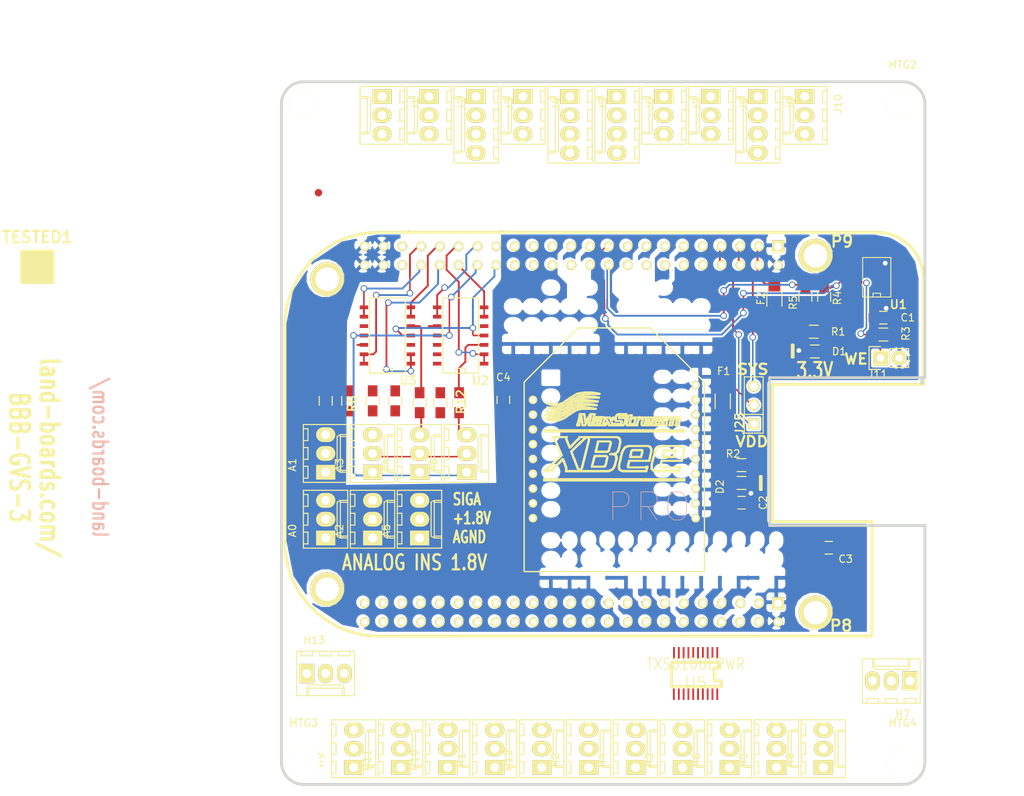
<source format=kicad_pcb>
(kicad_pcb (version 4) (host pcbnew 4.0.1-stable)
  (title_block (title "Prototype cape for BeagleBone") (date "17 aug 2014") (rev 0.3) (company "Jacek Radzikowski <jacek.radzikowski@gmail.com>"))
  (layers (0 Front signal) (31 Back signal) (36 B.SilkS user) (37 F.SilkS user) (38 B.Mask user) (39 F.Mask user) (44 Edge.Cuts user))
  (net 0 "")
  (net 1 GND)
  (net 2 VDD_5V)
  (net 3 VDD_5V-UF)
  (net 4 VDD_3V3-UF)
  (net 5 SYS_5V)
  (net 6 GNDA_ADC)
  (net 7 AIN6)
  (net 8 AIN5)
  (net 9 AIN2)
  (net 10 AIN1)
  (net 11 "Net-(D1-Pad1)")
  (net 12 "Net-(D2-Pad1)")
  (net 13 "Net-(F1-Pad2)")
  (net 14 VDD_ADC)
  (net 15 AIN4)
  (net 16 AIN3)
  (net 17 AIN0)
  (net 18 "Net-(R9-Pad1)")
  (net 19 "Net-(R10-Pad1)")
  (net 20 "Net-(R11-Pad1)")
  (net 21 "Net-(R12-Pad1)")
  (net 22 "/P9 Connector/UART4_RXD")
  (net 23 "/P9 Connector/GPIO1_28")
  (net 24 "/P9 Connector/UART4_TXD")
  (net 25 "/P9 Connector/EHRPWM1A")
  (net 26 "/P9 Connector/GPIO1_16")
  (net 27 "/P9 Connector/I2C1_SCL")
  (net 28 "/P9 Connector/I2C1_SDA")
  (net 29 "/P9 Connector/UART2_TXD")
  (net 30 "/P9 Connector/UART2_RXD")
  (net 31 "/P9 Connector/GPIO1_17")
  (net 32 "/P9 Connector/UART1_TXD")
  (net 33 "/P9 Connector/UART1_RXD")
  (net 34 "/P9 Connector/GPIO3_19")
  (net 35 "/P9 Connector/SPI1_D1")
  (net 36 I2C2_SCL)
  (net 37 I2C2_SDA)
  (net 38 "/P8 Connector/TIMER4")
  (net 39 "/P8 Connector/TIMER5")
  (net 40 "/P8 Connector/GPIO1_13")
  (net 41 "/P8 Connector/EHRPWM2B")
  (net 42 "/P8 Connector/GPIO1_15")
  (net 43 "/P8 Connector/GPIO0_27")
  (net 44 "/P8 Connector/EHRPWM2A")
  (net 45 "/P8 Connector/TIMER7")
  (net 46 "/P8 Connector/TIMER6")
  (net 47 "/P8 Connector/GPIO1_12")
  (net 48 "/P8 Connector/GPIO1_14")
  (net 49 "/P8 Connector/GPIO2_1")
  (net 50 "/P8 Connector/GPIO1_29")
  (net 51 "Net-(R6-Pad1)")
  (net 52 "Net-(R7-Pad1)")
  (net 53 "Net-(R8-Pad1)")
  (net 54 "Net-(A0-Pad3)")
  (net 55 "Net-(A1-Pad3)")
  (net 56 "Net-(A2-Pad3)")
  (net 57 "Net-(A3-Pad3)")
  (net 58 "Net-(A4-Pad3)")
  (net 59 "Net-(A5-Pad3)")
  (net 60 "Net-(A6-Pad3)")
  (net 61 "Net-(J11-Pad1)")
  (net 62 VCC_3V3EXP)
  (net 63 "Net-(H2-Pad3)")
  (net 64 "Net-(H3-Pad3)")
  (net 65 "Net-(H4-Pad3)")
  (net 66 "Net-(H5-Pad3)")
  (net 67 "Net-(H6-Pad3)")
  (net 68 "Net-(H7-Pad3)")
  (net 69 "Net-(H8-Pad3)")
  (net 70 "Net-(H12-Pad3)")
  (module dougsLib:BEAGLEBONE (layer Front) (at 131.65 92.65)
    (fp_text reference BRD1 hide)
    (fp_text value BEAGLEBONE hide)
    (pad M1 thru_hole circle (at -37.465 -20.955) (size 4.572 4.572) (drill 3.175) (layers *.Cu *.Mask F.SilkS))
    (pad M2 thru_hole circle (at 28.575 -24.13) (size 4.572 4.572) (drill 3.175) (layers *.Cu *.Mask F.SilkS))
    (pad M3 thru_hole circle (at 28.575 24.13) (size 4.572 4.572) (drill 3.175) (layers *.Cu *.Mask F.SilkS))
    (pad M4 thru_hole circle (at -37.465 20.955) (size 4.572 4.572) (drill 3.175) (layers *.Cu *.Mask F.SilkS))
    (pad C1 thru_hole rect (at 23.495 -25.4) (size 1.651 1.651) (drill 1.016) (layers *.Cu *.Mask F.SilkS) (net 1 GND))
    (pad C2 thru_hole circle (at 23.495 -22.86) (size 1.30048 1.30048) (drill 0.8001) (layers *.Cu *.Mask F.SilkS) (net 1 GND))
    (pad C3 thru_hole circle (at 20.955 -25.4) (size 1.30048 1.30048) (drill 0.8001) (layers *.Cu *.Mask F.SilkS) (net 4 VDD_3V3-UF))
    (pad C4 thru_hole circle (at 20.955 -22.86) (size 1.30048 1.30048) (drill 0.8001) (layers *.Cu *.Mask F.SilkS) (net 4 VDD_3V3-UF))
    (pad C5 thru_hole circle (at 18.415 -25.4) (size 1.30048 1.30048) (drill 0.8001) (layers *.Cu *.Mask F.SilkS) (net 3 VDD_5V-UF))
    (pad C6 thru_hole circle (at 18.415 -22.86) (size 1.30048 1.30048) (drill 0.8001) (layers *.Cu *.Mask F.SilkS) (net 3 VDD_5V-UF))
    (pad C7 thru_hole circle (at 15.875 -25.4) (size 1.30048 1.30048) (drill 0.8001) (layers *.Cu *.Mask F.SilkS) (net 5 SYS_5V))
    (pad C8 thru_hole circle (at 15.875 -22.86) (size 1.30048 1.30048) (drill 0.8001) (layers *.Cu *.Mask F.SilkS) (net 5 SYS_5V))
    (pad C9 thru_hole circle (at 13.335 -25.4) (size 1.30048 1.30048) (drill 0.8001) (layers *.Cu *.Mask F.SilkS))
    (pad C10 thru_hole circle (at 13.335 -22.86) (size 1.30048 1.30048) (drill 0.8001) (layers *.Cu *.Mask F.SilkS))
    (pad C11 thru_hole circle (at 10.795 -25.4) (size 1.30048 1.30048) (drill 0.8001) (layers *.Cu *.Mask F.SilkS) (net 22 "/P9 Connector/UART4_RXD"))
    (pad C12 thru_hole circle (at 10.795 -22.86) (size 1.30048 1.30048) (drill 0.8001) (layers *.Cu *.Mask F.SilkS) (net 23 "/P9 Connector/GPIO1_28"))
    (pad C13 thru_hole circle (at 8.255 -25.4) (size 1.30048 1.30048) (drill 0.8001) (layers *.Cu *.Mask F.SilkS) (net 24 "/P9 Connector/UART4_TXD"))
    (pad C14 thru_hole circle (at 8.255 -22.86) (size 1.30048 1.30048) (drill 0.8001) (layers *.Cu *.Mask F.SilkS) (net 25 "/P9 Connector/EHRPWM1A"))
    (pad C15 thru_hole circle (at 5.715 -25.4) (size 1.30048 1.30048) (drill 0.8001) (layers *.Cu *.Mask F.SilkS) (net 26 "/P9 Connector/GPIO1_16"))
    (pad C16 thru_hole circle (at 5.715 -22.86) (size 1.30048 1.30048) (drill 0.8001) (layers *.Cu *.Mask F.SilkS))
    (pad C17 thru_hole circle (at 3.175 -25.4) (size 1.30048 1.30048) (drill 0.8001) (layers *.Cu *.Mask F.SilkS) (net 27 "/P9 Connector/I2C1_SCL"))
    (pad C18 thru_hole circle (at 3.175 -22.86) (size 1.30048 1.30048) (drill 0.8001) (layers *.Cu *.Mask F.SilkS) (net 28 "/P9 Connector/I2C1_SDA"))
    (pad C19 thru_hole circle (at 0.635 -25.4) (size 1.30048 1.30048) (drill 0.8001) (layers *.Cu *.Mask F.SilkS) (net 36 I2C2_SCL))
    (pad C20 thru_hole circle (at 0.635 -22.86) (size 1.30048 1.30048) (drill 0.8001) (layers *.Cu *.Mask F.SilkS) (net 37 I2C2_SDA))
    (pad C21 thru_hole circle (at -1.905 -25.4) (size 1.30048 1.30048) (drill 0.8001) (layers *.Cu *.Mask F.SilkS) (net 29 "/P9 Connector/UART2_TXD"))
    (pad C22 thru_hole circle (at -1.905 -22.86) (size 1.30048 1.30048) (drill 0.8001) (layers *.Cu *.Mask F.SilkS) (net 30 "/P9 Connector/UART2_RXD"))
    (pad C23 thru_hole circle (at -4.445 -25.4) (size 1.30048 1.30048) (drill 0.8001) (layers *.Cu *.Mask F.SilkS) (net 31 "/P9 Connector/GPIO1_17"))
    (pad C24 thru_hole circle (at -4.445 -22.86) (size 1.30048 1.30048) (drill 0.8001) (layers *.Cu *.Mask F.SilkS) (net 32 "/P9 Connector/UART1_TXD"))
    (pad C25 thru_hole circle (at -6.985 -25.4) (size 1.30048 1.30048) (drill 0.8001) (layers *.Cu *.Mask F.SilkS))
    (pad C26 thru_hole circle (at -6.985 -22.86) (size 1.30048 1.30048) (drill 0.8001) (layers *.Cu *.Mask F.SilkS) (net 33 "/P9 Connector/UART1_RXD"))
    (pad C27 thru_hole circle (at -9.525 -25.4) (size 1.30048 1.30048) (drill 0.8001) (layers *.Cu *.Mask F.SilkS) (net 34 "/P9 Connector/GPIO3_19"))
    (pad C28 thru_hole circle (at -9.525 -22.86) (size 1.30048 1.30048) (drill 0.8001) (layers *.Cu *.Mask F.SilkS))
    (pad C29 thru_hole circle (at -12.065 -25.4) (size 1.30048 1.30048) (drill 0.8001) (layers *.Cu *.Mask F.SilkS))
    (pad C30 thru_hole circle (at -12.065 -22.86) (size 1.30048 1.30048) (drill 0.8001) (layers *.Cu *.Mask F.SilkS) (net 35 "/P9 Connector/SPI1_D1"))
    (pad C31 thru_hole circle (at -14.605 -25.4) (size 1.30048 1.30048) (drill 0.8001) (layers *.Cu *.Mask F.SilkS))
    (pad C32 thru_hole circle (at -14.605 -22.86) (size 1.30048 1.30048) (drill 0.8001) (layers *.Cu *.Mask F.SilkS) (net 14 VDD_ADC))
    (pad C33 thru_hole circle (at -17.145 -25.4) (size 1.30048 1.30048) (drill 0.8001) (layers *.Cu *.Mask F.SilkS) (net 15 AIN4))
    (pad C34 thru_hole circle (at -17.145 -22.86) (size 1.30048 1.30048) (drill 0.8001) (layers *.Cu *.Mask F.SilkS) (net 6 GNDA_ADC))
    (pad C35 thru_hole circle (at -19.685 -25.4) (size 1.30048 1.30048) (drill 0.8001) (layers *.Cu *.Mask F.SilkS) (net 7 AIN6))
    (pad C36 thru_hole circle (at -19.685 -22.86) (size 1.30048 1.30048) (drill 0.8001) (layers *.Cu *.Mask F.SilkS) (net 8 AIN5))
    (pad C37 thru_hole circle (at -22.225 -25.4) (size 1.30048 1.30048) (drill 0.8001) (layers *.Cu *.Mask F.SilkS) (net 9 AIN2))
    (pad C38 thru_hole circle (at -22.225 -22.86) (size 1.30048 1.30048) (drill 0.8001) (layers *.Cu *.Mask F.SilkS) (net 16 AIN3))
    (pad C39 thru_hole circle (at -24.765 -25.4) (size 1.30048 1.30048) (drill 0.8001) (layers *.Cu *.Mask F.SilkS) (net 17 AIN0))
    (pad C40 thru_hole circle (at -24.765 -22.86) (size 1.30048 1.30048) (drill 0.8001) (layers *.Cu *.Mask F.SilkS) (net 10 AIN1))
    (pad C41 thru_hole circle (at -27.305 -25.4) (size 1.30048 1.30048) (drill 0.8001) (layers *.Cu *.Mask F.SilkS))
    (pad C42 thru_hole circle (at -27.305 -22.86) (size 1.30048 1.30048) (drill 0.8001) (layers *.Cu *.Mask F.SilkS))
    (pad C43 thru_hole circle (at -29.845 -25.4) (size 1.30048 1.30048) (drill 0.8001) (layers *.Cu *.Mask F.SilkS) (net 1 GND))
    (pad C44 thru_hole circle (at -29.845 -22.86) (size 1.30048 1.30048) (drill 0.8001) (layers *.Cu *.Mask F.SilkS) (net 1 GND))
    (pad C45 thru_hole circle (at -32.385 -25.4) (size 1.30048 1.30048) (drill 0.8001) (layers *.Cu *.Mask F.SilkS) (net 1 GND))
    (pad C46 thru_hole circle (at -32.385 -22.86) (size 1.30048 1.30048) (drill 0.8001) (layers *.Cu *.Mask F.SilkS) (net 1 GND))
    (pad B1 thru_hole rect (at 23.495 22.86) (size 1.651 1.651) (drill 1.016) (layers *.Cu *.Mask F.SilkS) (net 1 GND))
    (pad B2 thru_hole circle (at 23.495 25.4) (size 1.30048 1.30048) (drill 0.8001) (layers *.Cu *.Mask F.SilkS) (net 1 GND))
    (pad B3 thru_hole circle (at 20.955 22.86) (size 1.30048 1.30048) (drill 0.8001) (layers *.Cu *.Mask F.SilkS))
    (pad B4 thru_hole circle (at 20.955 25.4) (size 1.30048 1.30048) (drill 0.8001) (layers *.Cu *.Mask F.SilkS))
    (pad B5 thru_hole circle (at 18.415 22.86) (size 1.30048 1.30048) (drill 0.8001) (layers *.Cu *.Mask F.SilkS))
    (pad B6 thru_hole circle (at 18.415 25.4) (size 1.30048 1.30048) (drill 0.8001) (layers *.Cu *.Mask F.SilkS))
    (pad B7 thru_hole circle (at 15.875 22.86) (size 1.30048 1.30048) (drill 0.8001) (layers *.Cu *.Mask F.SilkS) (net 38 "/P8 Connector/TIMER4"))
    (pad B8 thru_hole circle (at 15.875 25.4) (size 1.30048 1.30048) (drill 0.8001) (layers *.Cu *.Mask F.SilkS) (net 45 "/P8 Connector/TIMER7"))
    (pad B9 thru_hole circle (at 13.335 22.86) (size 1.30048 1.30048) (drill 0.8001) (layers *.Cu *.Mask F.SilkS) (net 39 "/P8 Connector/TIMER5"))
    (pad B10 thru_hole circle (at 13.335 25.4) (size 1.30048 1.30048) (drill 0.8001) (layers *.Cu *.Mask F.SilkS) (net 46 "/P8 Connector/TIMER6"))
    (pad B11 thru_hole circle (at 10.795 22.86) (size 1.30048 1.30048) (drill 0.8001) (layers *.Cu *.Mask F.SilkS) (net 40 "/P8 Connector/GPIO1_13"))
    (pad B12 thru_hole circle (at 10.795 25.4) (size 1.30048 1.30048) (drill 0.8001) (layers *.Cu *.Mask F.SilkS) (net 47 "/P8 Connector/GPIO1_12"))
    (pad B13 thru_hole circle (at 8.255 22.86) (size 1.30048 1.30048) (drill 0.8001) (layers *.Cu *.Mask F.SilkS) (net 41 "/P8 Connector/EHRPWM2B"))
    (pad B14 thru_hole circle (at 8.255 25.4) (size 1.30048 1.30048) (drill 0.8001) (layers *.Cu *.Mask F.SilkS))
    (pad B15 thru_hole circle (at 5.715 22.86) (size 1.30048 1.30048) (drill 0.8001) (layers *.Cu *.Mask F.SilkS) (net 42 "/P8 Connector/GPIO1_15"))
    (pad B16 thru_hole circle (at 5.715 25.4) (size 1.30048 1.30048) (drill 0.8001) (layers *.Cu *.Mask F.SilkS) (net 48 "/P8 Connector/GPIO1_14"))
    (pad B17 thru_hole circle (at 3.175 22.86) (size 1.30048 1.30048) (drill 0.8001) (layers *.Cu *.Mask F.SilkS) (net 43 "/P8 Connector/GPIO0_27"))
    (pad B18 thru_hole circle (at 3.175 25.4) (size 1.30048 1.30048) (drill 0.8001) (layers *.Cu *.Mask F.SilkS) (net 49 "/P8 Connector/GPIO2_1"))
    (pad B19 thru_hole circle (at 0.635 22.86) (size 1.30048 1.30048) (drill 0.8001) (layers *.Cu *.Mask F.SilkS) (net 44 "/P8 Connector/EHRPWM2A"))
    (pad B20 thru_hole circle (at 0.635 25.4) (size 1.30048 1.30048) (drill 0.8001) (layers *.Cu *.Mask F.SilkS))
    (pad B21 thru_hole circle (at -1.905 22.86) (size 1.30048 1.30048) (drill 0.8001) (layers *.Cu *.Mask F.SilkS))
    (pad B22 thru_hole circle (at -1.905 25.4) (size 1.30048 1.30048) (drill 0.8001) (layers *.Cu *.Mask F.SilkS))
    (pad B23 thru_hole circle (at -4.445 22.86) (size 1.30048 1.30048) (drill 0.8001) (layers *.Cu *.Mask F.SilkS))
    (pad B24 thru_hole circle (at -4.445 25.4) (size 1.30048 1.30048) (drill 0.8001) (layers *.Cu *.Mask F.SilkS))
    (pad B25 thru_hole circle (at -6.985 22.86) (size 1.30048 1.30048) (drill 0.8001) (layers *.Cu *.Mask F.SilkS))
    (pad B26 thru_hole circle (at -6.985 25.4) (size 1.30048 1.30048) (drill 0.8001) (layers *.Cu *.Mask F.SilkS) (net 50 "/P8 Connector/GPIO1_29"))
    (pad B27 thru_hole circle (at -9.525 22.86) (size 1.30048 1.30048) (drill 0.8001) (layers *.Cu *.Mask F.SilkS))
    (pad B28 thru_hole circle (at -9.525 25.4) (size 1.30048 1.30048) (drill 0.8001) (layers *.Cu *.Mask F.SilkS))
    (pad B29 thru_hole circle (at -12.065 22.86) (size 1.30048 1.30048) (drill 0.8001) (layers *.Cu *.Mask F.SilkS))
    (pad B30 thru_hole circle (at -12.065 25.4) (size 1.30048 1.30048) (drill 0.8001) (layers *.Cu *.Mask F.SilkS))
    (pad B31 thru_hole circle (at -14.605 22.86) (size 1.30048 1.30048) (drill 0.8001) (layers *.Cu *.Mask F.SilkS))
    (pad B32 thru_hole circle (at -14.605 25.4) (size 1.30048 1.30048) (drill 0.8001) (layers *.Cu *.Mask F.SilkS))
    (pad B33 thru_hole circle (at -17.145 22.86) (size 1.30048 1.30048) (drill 0.8001) (layers *.Cu *.Mask F.SilkS))
    (pad B34 thru_hole circle (at -17.145 25.4) (size 1.30048 1.30048) (drill 0.8001) (layers *.Cu *.Mask F.SilkS))
    (pad B35 thru_hole circle (at -19.685 22.86) (size 1.30048 1.30048) (drill 0.8001) (layers *.Cu *.Mask F.SilkS))
    (pad B36 thru_hole circle (at -19.685 25.4) (size 1.30048 1.30048) (drill 0.8001) (layers *.Cu *.Mask F.SilkS))
    (pad B37 thru_hole circle (at -22.225 22.86) (size 1.30048 1.30048) (drill 0.8001) (layers *.Cu *.Mask F.SilkS))
    (pad B38 thru_hole circle (at -22.225 25.4) (size 1.30048 1.30048) (drill 0.8001) (layers *.Cu *.Mask F.SilkS))
    (pad B39 thru_hole circle (at -24.765 22.86) (size 1.30048 1.30048) (drill 0.8001) (layers *.Cu *.Mask F.SilkS))
    (pad B40 thru_hole circle (at -24.765 25.4) (size 1.30048 1.30048) (drill 0.8001) (layers *.Cu *.Mask F.SilkS))
    (pad B41 thru_hole circle (at -27.305 22.86) (size 1.30048 1.30048) (drill 0.8001) (layers *.Cu *.Mask F.SilkS))
    (pad B42 thru_hole circle (at -27.305 25.4) (size 1.30048 1.30048) (drill 0.8001) (layers *.Cu *.Mask F.SilkS))
    (pad B43 thru_hole circle (at -29.845 22.86) (size 1.30048 1.30048) (drill 0.8001) (layers *.Cu *.Mask F.SilkS))
    (pad B44 thru_hole circle (at -29.845 25.4) (size 1.30048 1.30048) (drill 0.8001) (layers *.Cu *.Mask F.SilkS))
    (pad B45 thru_hole circle (at -32.385 22.86) (size 1.30048 1.30048) (drill 0.8001) (layers *.Cu *.Mask F.SilkS))
    (pad B46 thru_hole circle (at -32.385 25.4) (size 1.30048 1.30048) (drill 0.8001) (layers *.Cu *.Mask F.SilkS))
  )
  (module PIN_ARRAY_3X1 (layer Front) (at 151.853 88.7 90)
    (fp_text reference J25 (at -2.54 -1.905 90) (layer F.SilkS) (effects (font (size 1.143 1.143) (thickness 0.22225))))
    (fp_text value CONN_3 hide)
    (pad 1 thru_hole rect (at -2.54 0 90) (size 1.524 1.524) (drill 1.016) (layers *.Cu *.Mask F.SilkS) (net 5 SYS_5V))
    (pad 2 thru_hole circle (at 0 0 90) (size 1.524 1.524) (drill 1.016) (layers *.Cu *.Mask F.SilkS) (net 13 "Net-(F1-Pad2)"))
    (pad 3 thru_hole circle (at 2.54 0 90) (size 1.524 1.524) (drill 1.016) (layers *.Cu *.Mask F.SilkS) (net 3 VDD_5V-UF))
  )
  (module FIDUCIAL (layer Front) (at 165.696 115.751)
    (fp_text reference FID1 hide)
    (fp_text value CONN_1 hide)
    (pad 1 smd circle (at 0 0) (size 1 1) (layers Front F.Mask) (clearance 1))
  )
  (module FIDUCIAL (layer Front) (at 93 59)
    (fp_text reference FID2 hide)
    (fp_text value CONN_1 hide)
    (pad 1 smd circle (at 0 1) (size 1 1) (layers Front F.Mask) (clearance 1))
  )
  (module dougsLib:SO8E-wider (layer Front) (at 168.49 71.428 90)
    (fp_text reference U1 (at -3.683 2.921 180) (layer F.SilkS) (effects (font (size 1.143 1.143) (thickness 0.22225))))
    (fp_text value I2C-EEPROM hide)
    (pad 8 smd rect (at -1.905 -2.794 90) (size 0.59944 1.651) (layers Front F.Mask) (net 62 VCC_3V3EXP))
    (pad 1 smd rect (at -1.905 2.794 90) (size 0.59944 1.651) (layers Front F.Mask) (net 1 GND))
    (pad 7 smd rect (at -0.635 -2.794 90) (size 0.59944 1.651) (layers Front F.Mask) (net 61 "Net-(J11-Pad1)"))
    (pad 6 smd rect (at 0.635 -2.794 90) (size 0.59944 1.651) (layers Front F.Mask) (net 36 I2C2_SCL))
    (pad 5 smd rect (at 1.905 -2.794 90) (size 0.59944 1.651) (layers Front F.Mask) (net 37 I2C2_SDA))
    (pad 2 smd rect (at -0.635 2.794 90) (size 0.59944 1.651) (layers Front F.Mask) (net 1 GND))
    (pad 3 smd rect (at 0.635 2.794 90) (size 0.59944 1.651) (layers Front F.Mask) (net 62 VCC_3V3EXP))
    (pad 4 smd rect (at 1.905 2.794 90) (size 0.59944 1.651) (layers Front F.Mask) (net 1 GND))
  )
  (module SMD_Packages:SOIC-14_N (layer Front) (at 112.102 79.302 90)
    (fp_text reference U2 (at -6.096 2.794 180) (layer F.SilkS) (effects (font (size 1.143 1.143) (thickness 0.22225))))
    (fp_text value MCP6004-I/SL hide)
    (pad 1 smd rect (at -3.81 3.302 90) (size 0.508 1.143) (layers Front F.Mask) (net 7 AIN6))
    (pad 2 smd rect (at -2.54 3.302 90) (size 0.508 1.143) (layers Front F.Mask) (net 7 AIN6))
    (pad 3 smd rect (at -1.27 3.302 90) (size 0.508 1.143) (layers Front F.Mask) (net 51 "Net-(R6-Pad1)"))
    (pad 4 smd rect (at 0 3.302 90) (size 0.508 1.143) (layers Front F.Mask) (net 14 VDD_ADC))
    (pad 5 smd rect (at 1.27 3.302 90) (size 0.508 1.143) (layers Front F.Mask) (net 53 "Net-(R8-Pad1)"))
    (pad 6 smd rect (at 2.54 3.302 90) (size 0.508 1.143) (layers Front F.Mask) (net 8 AIN5))
    (pad 7 smd rect (at 3.81 3.302 90) (size 0.508 1.143) (layers Front F.Mask) (net 8 AIN5))
    (pad 8 smd rect (at 3.81 -3.048 90) (size 0.508 1.143) (layers Front F.Mask) (net 15 AIN4))
    (pad 9 smd rect (at 2.54 -3.048 90) (size 0.508 1.143) (layers Front F.Mask) (net 15 AIN4))
    (pad 11 smd rect (at 0 -3.048 90) (size 0.508 1.143) (layers Front F.Mask) (net 6 GNDA_ADC))
    (pad 12 smd rect (at -1.27 -3.048 90) (size 0.508 1.143) (layers Front F.Mask))
    (pad 13 smd rect (at -2.54 -3.048 90) (size 0.508 1.143) (layers Front F.Mask))
    (pad 14 smd rect (at -3.81 -3.048 90) (size 0.508 1.143) (layers Front F.Mask))
    (pad 10 smd rect (at 1.27 -3.048 90) (size 0.508 1.143) (layers Front F.Mask) (net 19 "Net-(R10-Pad1)"))
  )
  (module SMD_Packages:SOIC-14_N (layer Front) (at 102.196 79.302 90)
    (fp_text reference U3 (at -6.096 2.921 180) (layer F.SilkS) (effects (font (size 1.143 1.143) (thickness 0.22225))))
    (fp_text value MCP6004-I/SL hide)
    (pad 1 smd rect (at -3.81 3.302 90) (size 0.508 1.143) (layers Front F.Mask) (net 16 AIN3))
    (pad 2 smd rect (at -2.54 3.302 90) (size 0.508 1.143) (layers Front F.Mask) (net 16 AIN3))
    (pad 3 smd rect (at -1.27 3.302 90) (size 0.508 1.143) (layers Front F.Mask) (net 21 "Net-(R12-Pad1)"))
    (pad 4 smd rect (at 0 3.302 90) (size 0.508 1.143) (layers Front F.Mask) (net 14 VDD_ADC))
    (pad 5 smd rect (at 1.27 3.302 90) (size 0.508 1.143) (layers Front F.Mask) (net 52 "Net-(R7-Pad1)"))
    (pad 6 smd rect (at 2.54 3.302 90) (size 0.508 1.143) (layers Front F.Mask) (net 9 AIN2))
    (pad 7 smd rect (at 3.81 3.302 90) (size 0.508 1.143) (layers Front F.Mask) (net 9 AIN2))
    (pad 8 smd rect (at 3.81 -3.048 90) (size 0.508 1.143) (layers Front F.Mask) (net 10 AIN1))
    (pad 9 smd rect (at 2.54 -3.048 90) (size 0.508 1.143) (layers Front F.Mask) (net 10 AIN1))
    (pad 11 smd rect (at 0 -3.048 90) (size 0.508 1.143) (layers Front F.Mask) (net 6 GNDA_ADC))
    (pad 12 smd rect (at -1.27 -3.048 90) (size 0.508 1.143) (layers Front F.Mask) (net 20 "Net-(R11-Pad1)"))
    (pad 13 smd rect (at -2.54 -3.048 90) (size 0.508 1.143) (layers Front F.Mask) (net 17 AIN0))
    (pad 14 smd rect (at -3.81 -3.048 90) (size 0.508 1.143) (layers Front F.Mask) (net 17 AIN0))
    (pad 10 smd rect (at 1.27 -3.048 90) (size 0.508 1.143) (layers Front F.Mask) (net 18 "Net-(R9-Pad1)"))
  )
  (module Resistors_SMD:R_0805_HandSoldering (layer Front) (at 112.014 88.392 270)
    (fp_text reference R6 (at 0.127 14.478 450) (layer F.SilkS) (effects (font (size 1.143 1.143) (thickness 0.22225))))
    (fp_text value 10K hide)
    (pad 1 smd rect (at -1.35 0 270) (size 1.5 1.3) (layers Front F.Mask) (net 51 "Net-(R6-Pad1)"))
    (pad 2 smd rect (at 1.35 0 270) (size 1.5 1.3) (layers Front F.Mask) (net 60 "Net-(A6-Pad3)"))
  )
  (module Resistors_SMD:R_0805_HandSoldering (layer Front) (at 103.378 88.138 270)
    (fp_text reference R7 hide)
    (fp_text value 10K hide)
    (pad 1 smd rect (at -1.35 0 270) (size 1.5 1.3) (layers Front F.Mask) (net 52 "Net-(R7-Pad1)"))
    (pad 2 smd rect (at 1.35 0 270) (size 1.5 1.3) (layers Front F.Mask) (net 56 "Net-(A2-Pad3)"))
  )
  (module Resistors_SMD:R_0805_HandSoldering (layer Front) (at 109.474 88.392 270)
    (fp_text reference R8 hide)
    (fp_text value 10K hide)
    (pad 1 smd rect (at -1.35 0 270) (size 1.5 1.3) (layers Front F.Mask) (net 53 "Net-(R8-Pad1)"))
    (pad 2 smd rect (at 1.35 0 270) (size 1.5 1.3) (layers Front F.Mask) (net 59 "Net-(A5-Pad3)"))
  )
  (module Resistors_SMD:R_0805_HandSoldering (layer Front) (at 93.98 88.138 270)
    (fp_text reference R9 hide)
    (fp_text value 10K hide)
    (pad 1 smd rect (at -1.35 0 270) (size 1.5 1.3) (layers Front F.Mask) (net 18 "Net-(R9-Pad1)"))
    (pad 2 smd rect (at 1.35 0 270) (size 1.5 1.3) (layers Front F.Mask) (net 55 "Net-(A1-Pad3)"))
  )
  (module Resistors_SMD:R_0805_HandSoldering (layer Front) (at 106.68 88.392 270)
    (fp_text reference R10 hide)
    (fp_text value 10K hide)
    (pad 1 smd rect (at -1.35 0 270) (size 1.5 1.3) (layers Front F.Mask) (net 19 "Net-(R10-Pad1)"))
    (pad 2 smd rect (at 1.35 0 270) (size 1.5 1.3) (layers Front F.Mask) (net 58 "Net-(A4-Pad3)"))
  )
  (module Resistors_SMD:R_0805_HandSoldering (layer Front) (at 97.028 88.138 270)
    (fp_text reference R11 hide)
    (fp_text value 10K hide)
    (pad 1 smd rect (at -1.35 0 270) (size 1.5 1.3) (layers Front F.Mask) (net 20 "Net-(R11-Pad1)"))
    (pad 2 smd rect (at 1.35 0 270) (size 1.5 1.3) (layers Front F.Mask) (net 54 "Net-(A0-Pad3)"))
  )
  (module Resistors_SMD:R_0805_HandSoldering (layer Front) (at 100.33 88.138 270)
    (fp_text reference R12 (at 0.127 -11.938 450) (layer F.SilkS) (effects (font (size 1.143 1.143) (thickness 0.22225))))
    (fp_text value 10K hide)
    (pad 1 smd rect (at -1.35 0 270) (size 1.5 1.3) (layers Front F.Mask) (net 21 "Net-(R12-Pad1)"))
    (pad 2 smd rect (at 1.35 0 270) (size 1.5 1.3) (layers Front F.Mask) (net 57 "Net-(A3-Pad3)"))
  )
  (module Pin_Headers:Pin_Header_Straight_1x02 (layer Front) (at 168.998 82.35 90)
    (fp_text reference J11 (at -2.159 -0.381 180) (layer F.SilkS))
    (fp_text value CONN_2 hide)
    (pad 1 thru_hole rect (at 0 0 90) (size 2.032 2.032) (drill 1.016) (layers *.Cu *.Mask F.SilkS) (net 61 "Net-(J11-Pad1)"))
    (pad 2 thru_hole oval (at 0 2.54 90) (size 2.032 2.032) (drill 1.016) (layers *.Cu *.Mask F.SilkS) (net 1 GND))
  )
  (module Resistors_SMD:R_0805_HandSoldering (layer Front) (at 159.981 78.794)
    (fp_text reference R1 (at 3.302 0) (layer F.SilkS))
    (fp_text value 120 hide)
    (pad 1 smd rect (at -1.35 0) (size 1.5 1.3) (layers Front F.Mask) (net 62 VCC_3V3EXP))
    (pad 2 smd rect (at 1.35 0) (size 1.5 1.3) (layers Front F.Mask) (net 11 "Net-(D1-Pad1)"))
  )
  (module Resistors_SMD:R_0805_HandSoldering (layer Front) (at 150.202 96.828 180)
    (fp_text reference R2 (at 1.143 1.524 360) (layer F.SilkS))
    (fp_text value 330 hide)
    (pad 1 smd rect (at -1.35 0 180) (size 1.5 1.3) (layers Front F.Mask) (net 2 VDD_5V))
    (pad 2 smd rect (at 1.35 0 180) (size 1.5 1.3) (layers Front F.Mask) (net 12 "Net-(D2-Pad1)"))
  )
  (module Resistors_SMD:R_0805_HandSoldering (layer Front) (at 169.379 79.175 180)
    (fp_text reference R3 (at -3.048 0.127 270) (layer F.SilkS))
    (fp_text value 5.6K hide)
    (pad 1 smd rect (at -1.35 0 180) (size 1.5 1.3) (layers Front F.Mask) (net 62 VCC_3V3EXP))
    (pad 2 smd rect (at 1.35 0 180) (size 1.5 1.3) (layers Front F.Mask) (net 61 "Net-(J11-Pad1)"))
  )
  (module Resistors_SMD:R_0805_HandSoldering (layer Front) (at 161.378 74.095 90)
    (fp_text reference R4 (at -0.127 1.778 90) (layer F.SilkS))
    (fp_text value 5.6K hide)
    (pad 1 smd rect (at -1.35 0 90) (size 1.5 1.3) (layers Front F.Mask) (net 62 VCC_3V3EXP))
    (pad 2 smd rect (at 1.35 0 90) (size 1.5 1.3) (layers Front F.Mask) (net 36 I2C2_SCL))
  )
  (module Resistors_SMD:R_0805_HandSoldering (layer Front) (at 158.838 74.095 90)
    (fp_text reference R5 (at -0.762 -1.651 90) (layer F.SilkS))
    (fp_text value 5.6K hide)
    (pad 1 smd rect (at -1.35 0 90) (size 1.5 1.3) (layers Front F.Mask) (net 62 VCC_3V3EXP))
    (pad 2 smd rect (at 1.35 0 90) (size 1.5 1.3) (layers Front F.Mask) (net 37 I2C2_SDA))
  )
  (module Capacitors_SMD:C_0805_HandSoldering (layer Front) (at 169.379 76.889)
    (fp_text reference C1 (at 3.302 0) (layer F.SilkS))
    (fp_text value 1uF hide)
    (pad 1 smd rect (at -1.25 0) (size 1.5 1.25) (layers Front F.Mask) (net 62 VCC_3V3EXP))
    (pad 2 smd rect (at 1.25 0) (size 1.5 1.25) (layers Front F.Mask) (net 1 GND))
  )
  (module Capacitors_SMD:C_0805_HandSoldering (layer Front) (at 162 108)
    (fp_text reference C3 (at 2.286 1.524) (layer F.SilkS))
    (fp_text value 104 hide)
    (pad 1 smd rect (at -1.25 0) (size 1.5 1.25) (layers Front F.Mask) (net 62 VCC_3V3EXP))
    (pad 2 smd rect (at 1.25 0) (size 1.5 1.25) (layers Front F.Mask) (net 1 GND))
  )
  (module Capacitors_SMD:C_0805_HandSoldering (layer Front) (at 118 88 270)
    (fp_text reference C4 (at -3.048 0 360) (layer F.SilkS))
    (fp_text value 104 hide)
    (pad 1 smd rect (at -1.25 0 270) (size 1.5 1.25) (layers Front F.Mask) (net 62 VCC_3V3EXP))
    (pad 2 smd rect (at 1.25 0 270) (size 1.5 1.25) (layers Front F.Mask) (net 1 GND))
  )
  (module Resistors_SMD:R_0805_HandSoldering (layer Front) (at 160.108 81.461 180)
    (fp_text reference D1 (at -3.302 0 180) (layer F.SilkS))
    (fp_text value LED hide)
    (pad 1 smd rect (at -1.35 0 180) (size 1.5 1.3) (layers Front F.Mask) (net 11 "Net-(D1-Pad1)"))
    (pad 2 smd rect (at 1.35 0 180) (size 1.5 1.3) (layers Front F.Mask) (net 1 GND))
  )
  (module Resistors_SMD:R_0805_HandSoldering (layer Front) (at 150.202 99.241)
    (fp_text reference D2 (at -2.921 0.508 270) (layer F.SilkS))
    (fp_text value LED hide)
    (pad 1 smd rect (at -1.35 0) (size 1.5 1.3) (layers Front F.Mask) (net 12 "Net-(D2-Pad1)"))
    (pad 2 smd rect (at 1.35 0) (size 1.5 1.3) (layers Front F.Mask) (net 1 GND))
  )
  (module Capacitors_SMD:C_1206_HandSoldering (layer Front) (at 147.662 88.192 90)
    (fp_text reference F1 (at 4.064 0.127 180) (layer F.SilkS))
    (fp_text value FUSE hide)
    (pad 1 smd rect (at -2 0 90) (size 2 1.6) (layers Front F.Mask) (net 2 VDD_5V))
    (pad 2 smd rect (at 2 0 90) (size 2 1.6) (layers Front F.Mask) (net 13 "Net-(F1-Pad2)"))
  )
  (module Capacitors_SMD:C_1206_HandSoldering (layer Front) (at 154.647 74.349 90)
    (fp_text reference F2 (at 0.059 -1.831 90) (layer F.SilkS))
    (fp_text value FUSE hide)
    (pad 1 smd rect (at -2 0 90) (size 2 1.6) (layers Front F.Mask) (net 62 VCC_3V3EXP))
    (pad 2 smd rect (at 2 0 90) (size 2 1.6) (layers Front F.Mask) (net 4 VDD_3V3-UF))
  )
  (module Capacitors_SMD:C_0805_HandSoldering (layer Front) (at 150.202 101.908)
    (fp_text reference C2 (at 2.921 0 270) (layer F.SilkS))
    (fp_text value 104 hide)
    (pad 1 smd rect (at -1.25 0) (size 1.5 1.25) (layers Front F.Mask) (net 2 VDD_5V))
    (pad 2 smd rect (at 1.25 0) (size 1.5 1.25) (layers Front F.Mask) (net 1 GND))
  )
  (module Mounting_Holes:MountingHole_4.3mm_M4 (layer Front) (at 91 48)
    (fp_text reference MTG1 hide)
    (fp_text value CONN_1 hide)
    (pad 1 np_thru_hole circle (at 0 0) (size 4.3 4.3) (drill 4.3) (layers *.Cu *.Mask F.SilkS))
  )
  (module Mounting_Holes:MountingHole_4.3mm_M4 (layer Front) (at 172 48)
    (fp_text reference MTG2 (at 0 -5.3) (layer F.SilkS))
    (fp_text value CONN_1)
    (pad 1 np_thru_hole circle (at 0 0) (size 4.3 4.3) (drill 4.3) (layers *.Cu *.Mask F.SilkS))
  )
  (module Mounting_Holes:MountingHole_4.3mm_M4 (layer Front) (at 91 137)
    (fp_text reference MTG3 (at 0 -5.3) (layer F.SilkS))
    (fp_text value CONN_1 hide)
    (pad 1 np_thru_hole circle (at 0 0) (size 4.3 4.3) (drill 4.3) (layers *.Cu *.Mask F.SilkS))
  )
  (module Mounting_Holes:MountingHole_4.3mm_M4 (layer Front) (at 172 137)
    (fp_text reference MTG4 (at 0 -5.3) (layer F.SilkS))
    (fp_text value CONN_1 hide)
    (pad 1 np_thru_hole circle (at 0 0) (size 4.3 4.3) (drill 4.3) (layers *.Cu *.Mask F.SilkS))
  )
  (module Connectors_Molex:Molex_KK_6410-03 (layer Front) (at 116.83 137.71 90)
    (fp_text reference H1 (at 1 -4.5 90) (layer F.SilkS))
    (fp_text value CONN_01X03 hide)
    (pad 1 thru_hole rect (at 0 0 90) (size 2 2.6) (drill 1.2) (layers *.Cu *.Mask F.SilkS) (net 1 GND))
    (pad 2 thru_hole oval (at 2.54 0 90) (size 2 2.6) (drill 1.2) (layers *.Cu *.Mask F.SilkS) (net 62 VCC_3V3EXP))
    (pad 3 thru_hole oval (at 5.08 0 90) (size 2 2.6) (drill 1.2) (layers *.Cu *.Mask F.SilkS) (net 42 "/P8 Connector/GPIO1_15"))
  )
  (module Connectors_Molex:Molex_KK_6410-03 (layer Front) (at 129.53 137.71 90)
    (fp_text reference H2 (at 1 -4.5 90) (layer F.SilkS))
    (fp_text value CONN_01X03 hide)
    (pad 1 thru_hole rect (at 0 0 90) (size 2 2.6) (drill 1.2) (layers *.Cu *.Mask F.SilkS) (net 1 GND))
    (pad 2 thru_hole oval (at 2.54 0 90) (size 2 2.6) (drill 1.2) (layers *.Cu *.Mask F.SilkS) (net 2 VDD_5V))
    (pad 3 thru_hole oval (at 5.08 0 90) (size 2 2.6) (drill 1.2) (layers *.Cu *.Mask F.SilkS) (net 63 "Net-(H2-Pad3)"))
  )
  (module Connectors_Molex:Molex_KK_6410-03 (layer Front) (at 142.23 137.71 90)
    (fp_text reference H3 (at 1 -4.5 90) (layer F.SilkS))
    (fp_text value CONN_01X03 hide)
    (pad 1 thru_hole rect (at 0 0 90) (size 2 2.6) (drill 1.2) (layers *.Cu *.Mask F.SilkS) (net 1 GND))
    (pad 2 thru_hole oval (at 2.54 0 90) (size 2 2.6) (drill 1.2) (layers *.Cu *.Mask F.SilkS) (net 2 VDD_5V))
    (pad 3 thru_hole oval (at 5.08 0 90) (size 2 2.6) (drill 1.2) (layers *.Cu *.Mask F.SilkS) (net 64 "Net-(H3-Pad3)"))
  )
  (module Connectors_Molex:Molex_KK_6410-03 (layer Front) (at 135.88 137.71 90)
    (fp_text reference H4 (at 1 -4.5 90) (layer F.SilkS))
    (fp_text value CONN_01X03 hide)
    (pad 1 thru_hole rect (at 0 0 90) (size 2 2.6) (drill 1.2) (layers *.Cu *.Mask F.SilkS) (net 1 GND))
    (pad 2 thru_hole oval (at 2.54 0 90) (size 2 2.6) (drill 1.2) (layers *.Cu *.Mask F.SilkS) (net 2 VDD_5V))
    (pad 3 thru_hole oval (at 5.08 0 90) (size 2 2.6) (drill 1.2) (layers *.Cu *.Mask F.SilkS) (net 65 "Net-(H4-Pad3)"))
  )
  (module Connectors_Molex:Molex_KK_6410-03 (layer Front) (at 154.93 137.71 90)
    (fp_text reference H5 (at 1 -4.5 90) (layer F.SilkS))
    (fp_text value CONN_01X03 hide)
    (pad 1 thru_hole rect (at 0 0 90) (size 2 2.6) (drill 1.2) (layers *.Cu *.Mask F.SilkS) (net 1 GND))
    (pad 2 thru_hole oval (at 2.54 0 90) (size 2 2.6) (drill 1.2) (layers *.Cu *.Mask F.SilkS) (net 2 VDD_5V))
    (pad 3 thru_hole oval (at 5.08 0 90) (size 2 2.6) (drill 1.2) (layers *.Cu *.Mask F.SilkS) (net 66 "Net-(H5-Pad3)"))
  )
  (module Connectors_Molex:Molex_KK_6410-03 (layer Front) (at 148.58 137.71 90)
    (fp_text reference H6 (at 1 -4.5 90) (layer F.SilkS))
    (fp_text value CONN_01X03 hide)
    (pad 1 thru_hole rect (at 0 0 90) (size 2 2.6) (drill 1.2) (layers *.Cu *.Mask F.SilkS) (net 1 GND))
    (pad 2 thru_hole oval (at 2.54 0 90) (size 2 2.6) (drill 1.2) (layers *.Cu *.Mask F.SilkS) (net 2 VDD_5V))
    (pad 3 thru_hole oval (at 5.08 0 90) (size 2 2.6) (drill 1.2) (layers *.Cu *.Mask F.SilkS) (net 67 "Net-(H6-Pad3)"))
  )
  (module Connectors_Molex:Molex_KK_6410-03 (layer Front) (at 173 126 180)
    (fp_text reference H7 (at 1 -4.5 180) (layer F.SilkS))
    (fp_text value CONN_01X03 hide)
    (pad 1 thru_hole rect (at 0 0 180) (size 2 2.6) (drill 1.2) (layers *.Cu *.Mask F.SilkS) (net 1 GND))
    (pad 2 thru_hole oval (at 2.54 0 180) (size 2 2.6) (drill 1.2) (layers *.Cu *.Mask F.SilkS) (net 2 VDD_5V))
    (pad 3 thru_hole oval (at 5.08 0 180) (size 2 2.6) (drill 1.2) (layers *.Cu *.Mask F.SilkS) (net 68 "Net-(H7-Pad3)"))
  )
  (module Connectors_Molex:Molex_KK_6410-03 (layer Front) (at 161.28 137.71 90)
    (fp_text reference H8 (at 1 -4.5 90) (layer F.SilkS))
    (fp_text value CONN_01X03 hide)
    (pad 1 thru_hole rect (at 0 0 90) (size 2 2.6) (drill 1.2) (layers *.Cu *.Mask F.SilkS) (net 1 GND))
    (pad 2 thru_hole oval (at 2.54 0 90) (size 2 2.6) (drill 1.2) (layers *.Cu *.Mask F.SilkS) (net 2 VDD_5V))
    (pad 3 thru_hole oval (at 5.08 0 90) (size 2 2.6) (drill 1.2) (layers *.Cu *.Mask F.SilkS) (net 69 "Net-(H8-Pad3)"))
  )
  (module REV_BLOCK (layer Front) (at 55 70)
    (fp_text reference TESTED1 (at 0 -4) (layer F.SilkS) (effects (font (thickness 0.3048))))
    (fp_text value COUPON hide)
  )
  (module Connectors_Molex:Molex_KK_6410-03 (layer Front) (at 97.78 137.71 90)
    (fp_text reference H9 (at 1 -4.5 90) (layer F.SilkS))
    (fp_text value CONN_01X03 hide)
    (pad 1 thru_hole rect (at 0 0 90) (size 2 2.6) (drill 1.2) (layers *.Cu *.Mask F.SilkS))
    (pad 2 thru_hole oval (at 2.54 0 90) (size 2 2.6) (drill 1.2) (layers *.Cu *.Mask F.SilkS))
    (pad 3 thru_hole oval (at 5.08 0 90) (size 2 2.6) (drill 1.2) (layers *.Cu *.Mask F.SilkS) (net 44 "/P8 Connector/EHRPWM2A"))
  )
  (module Connectors_Molex:Molex_KK_6410-03 (layer Front) (at 110.48 137.71 90)
    (fp_text reference H10 (at 1 -4.5 90) (layer F.SilkS))
    (fp_text value CONN_01X03 hide)
    (pad 1 thru_hole rect (at 0 0 90) (size 2 2.6) (drill 1.2) (layers *.Cu *.Mask F.SilkS))
    (pad 2 thru_hole oval (at 2.54 0 90) (size 2 2.6) (drill 1.2) (layers *.Cu *.Mask F.SilkS))
    (pad 3 thru_hole oval (at 5.08 0 90) (size 2 2.6) (drill 1.2) (layers *.Cu *.Mask F.SilkS) (net 49 "/P8 Connector/GPIO2_1"))
  )
  (module Connectors_Molex:Molex_KK_6410-03 (layer Front) (at 104.13 137.71 90)
    (fp_text reference H11 (at 1 -4.5 90) (layer F.SilkS))
    (fp_text value CONN_01X03 hide)
    (pad 1 thru_hole rect (at 0 0 90) (size 2 2.6) (drill 1.2) (layers *.Cu *.Mask F.SilkS))
    (pad 2 thru_hole oval (at 2.54 0 90) (size 2 2.6) (drill 1.2) (layers *.Cu *.Mask F.SilkS))
    (pad 3 thru_hole oval (at 5.08 0 90) (size 2 2.6) (drill 1.2) (layers *.Cu *.Mask F.SilkS) (net 43 "/P8 Connector/GPIO0_27"))
  )
  (module Connectors_Molex:Molex_KK_6410-03 (layer Front) (at 123.18 137.71 90)
    (fp_text reference H12 (at 1 -4.5 90) (layer F.SilkS))
    (fp_text value CONN_01X03 hide)
    (pad 1 thru_hole rect (at 0 0 90) (size 2 2.6) (drill 1.2) (layers *.Cu *.Mask F.SilkS) (net 1 GND))
    (pad 2 thru_hole oval (at 2.54 0 90) (size 2 2.6) (drill 1.2) (layers *.Cu *.Mask F.SilkS) (net 2 VDD_5V))
    (pad 3 thru_hole oval (at 5.08 0 90) (size 2 2.6) (drill 1.2) (layers *.Cu *.Mask F.SilkS) (net 70 "Net-(H12-Pad3)"))
  )
  (module Connectors_Molex:Molex_KK_6410-03 (layer Front) (at 91.43 125.01)
    (fp_text reference H13 (at 1 -4.5) (layer F.SilkS))
    (fp_text value CONN_01X03 hide)
    (pad 1 thru_hole rect (at 0 0) (size 2 2.6) (drill 1.2) (layers *.Cu *.Mask F.SilkS))
    (pad 2 thru_hole oval (at 2.54 0) (size 2 2.6) (drill 1.2) (layers *.Cu *.Mask F.SilkS))
    (pad 3 thru_hole oval (at 5.08 0) (size 2 2.6) (drill 1.2) (layers *.Cu *.Mask F.SilkS) (net 50 "/P8 Connector/GPIO1_29"))
  )
  (module Connectors_Molex:Molex_KK_6410-03 (layer Front) (at 101.6 46.99 270)
    (fp_text reference J1 (at 1 -4.5 270) (layer F.SilkS))
    (fp_text value CONN_3 hide)
    (pad 1 thru_hole rect (at 0 0 270) (size 2 2.6) (drill 1.2) (layers *.Cu *.Mask F.SilkS) (net 1 GND))
    (pad 2 thru_hole oval (at 2.54 0 270) (size 2 2.6) (drill 1.2) (layers *.Cu *.Mask F.SilkS) (net 62 VCC_3V3EXP))
    (pad 3 thru_hole oval (at 5.08 0 270) (size 2 2.6) (drill 1.2) (layers *.Cu *.Mask F.SilkS) (net 35 "/P9 Connector/SPI1_D1"))
  )
  (module Connectors_Molex:Molex_KK_6410-03 (layer Front) (at 107.95 46.99 270)
    (fp_text reference J2 (at 1 -4.5 270) (layer F.SilkS))
    (fp_text value CONN_3 hide)
    (pad 1 thru_hole rect (at 0 0 270) (size 2 2.6) (drill 1.2) (layers *.Cu *.Mask F.SilkS) (net 1 GND))
    (pad 2 thru_hole oval (at 2.54 0 270) (size 2 2.6) (drill 1.2) (layers *.Cu *.Mask F.SilkS) (net 62 VCC_3V3EXP))
    (pad 3 thru_hole oval (at 5.08 0 270) (size 2 2.6) (drill 1.2) (layers *.Cu *.Mask F.SilkS) (net 34 "/P9 Connector/GPIO3_19"))
  )
  (module Connectors_Molex:Molex_KK_6410-04 (layer Front) (at 114.3 46.99 270)
    (fp_text reference J3 (at 1 -4.5 270) (layer F.SilkS))
    (fp_text value CONN_4 hide)
    (pad 1 thru_hole rect (at 0 0 270) (size 2 2.6) (drill 1.2) (layers *.Cu *.Mask F.SilkS) (net 1 GND))
    (pad 2 thru_hole oval (at 2.54 0 270) (size 2 2.6) (drill 1.2) (layers *.Cu *.Mask F.SilkS) (net 62 VCC_3V3EXP))
    (pad 3 thru_hole oval (at 5.08 0 270) (size 2 2.6) (drill 1.2) (layers *.Cu *.Mask F.SilkS) (net 33 "/P9 Connector/UART1_RXD"))
    (pad 4 thru_hole oval (at 7.62 0 270) (size 2 2.6) (drill 1.2) (layers *.Cu *.Mask F.SilkS) (net 32 "/P9 Connector/UART1_TXD"))
  )
  (module Connectors_Molex:Molex_KK_6410-03 (layer Front) (at 120.65 46.99 270)
    (fp_text reference J4 (at 1 -4.5 270) (layer F.SilkS))
    (fp_text value CONN_3 hide)
    (pad 1 thru_hole rect (at 0 0 270) (size 2 2.6) (drill 1.2) (layers *.Cu *.Mask F.SilkS) (net 1 GND))
    (pad 2 thru_hole oval (at 2.54 0 270) (size 2 2.6) (drill 1.2) (layers *.Cu *.Mask F.SilkS) (net 62 VCC_3V3EXP))
    (pad 3 thru_hole oval (at 5.08 0 270) (size 2 2.6) (drill 1.2) (layers *.Cu *.Mask F.SilkS) (net 31 "/P9 Connector/GPIO1_17"))
  )
  (module Connectors_Molex:Molex_KK_6410-04 (layer Front) (at 127 46.99 270)
    (fp_text reference J5 (at 1 -4.5 270) (layer F.SilkS))
    (fp_text value CONN_4 hide)
    (pad 1 thru_hole rect (at 0 0 270) (size 2 2.6) (drill 1.2) (layers *.Cu *.Mask F.SilkS) (net 1 GND))
    (pad 2 thru_hole oval (at 2.54 0 270) (size 2 2.6) (drill 1.2) (layers *.Cu *.Mask F.SilkS) (net 62 VCC_3V3EXP))
    (pad 3 thru_hole oval (at 5.08 0 270) (size 2 2.6) (drill 1.2) (layers *.Cu *.Mask F.SilkS) (net 29 "/P9 Connector/UART2_TXD"))
    (pad 4 thru_hole oval (at 7.62 0 270) (size 2 2.6) (drill 1.2) (layers *.Cu *.Mask F.SilkS) (net 30 "/P9 Connector/UART2_RXD"))
  )
  (module Connectors_Molex:Molex_KK_6410-04 (layer Front) (at 133.35 46.99 270)
    (fp_text reference J6 (at 1 -4.5 270) (layer F.SilkS))
    (fp_text value CONN_4 hide)
    (pad 1 thru_hole rect (at 0 0 270) (size 2 2.6) (drill 1.2) (layers *.Cu *.Mask F.SilkS) (net 1 GND))
    (pad 2 thru_hole oval (at 2.54 0 270) (size 2 2.6) (drill 1.2) (layers *.Cu *.Mask F.SilkS) (net 62 VCC_3V3EXP))
    (pad 3 thru_hole oval (at 5.08 0 270) (size 2 2.6) (drill 1.2) (layers *.Cu *.Mask F.SilkS) (net 28 "/P9 Connector/I2C1_SDA"))
    (pad 4 thru_hole oval (at 7.62 0 270) (size 2 2.6) (drill 1.2) (layers *.Cu *.Mask F.SilkS) (net 27 "/P9 Connector/I2C1_SCL"))
  )
  (module Connectors_Molex:Molex_KK_6410-03 (layer Front) (at 139.7 46.99 270)
    (fp_text reference J7 (at 1 -4.5 270) (layer F.SilkS))
    (fp_text value CONN_3 hide)
    (pad 1 thru_hole rect (at 0 0 270) (size 2 2.6) (drill 1.2) (layers *.Cu *.Mask F.SilkS) (net 1 GND))
    (pad 2 thru_hole oval (at 2.54 0 270) (size 2 2.6) (drill 1.2) (layers *.Cu *.Mask F.SilkS) (net 62 VCC_3V3EXP))
    (pad 3 thru_hole oval (at 5.08 0 270) (size 2 2.6) (drill 1.2) (layers *.Cu *.Mask F.SilkS) (net 26 "/P9 Connector/GPIO1_16"))
  )
  (module Connectors_Molex:Molex_KK_6410-04 (layer Front) (at 152.4 46.99 270)
    (fp_text reference J8 (at 1 -4.5 270) (layer F.SilkS))
    (fp_text value CONN_4 hide)
    (pad 1 thru_hole rect (at 0 0 270) (size 2 2.6) (drill 1.2) (layers *.Cu *.Mask F.SilkS) (net 1 GND))
    (pad 2 thru_hole oval (at 2.54 0 270) (size 2 2.6) (drill 1.2) (layers *.Cu *.Mask F.SilkS) (net 62 VCC_3V3EXP))
    (pad 3 thru_hole oval (at 5.08 0 270) (size 2 2.6) (drill 1.2) (layers *.Cu *.Mask F.SilkS) (net 24 "/P9 Connector/UART4_TXD"))
    (pad 4 thru_hole oval (at 7.62 0 270) (size 2 2.6) (drill 1.2) (layers *.Cu *.Mask F.SilkS) (net 22 "/P9 Connector/UART4_RXD"))
  )
  (module Connectors_Molex:Molex_KK_6410-03 (layer Front) (at 146.05 46.99 270)
    (fp_text reference J9 (at 1 -4.5 270) (layer F.SilkS))
    (fp_text value CONN_3 hide)
    (pad 1 thru_hole rect (at 0 0 270) (size 2 2.6) (drill 1.2) (layers *.Cu *.Mask F.SilkS) (net 1 GND))
    (pad 2 thru_hole oval (at 2.54 0 270) (size 2 2.6) (drill 1.2) (layers *.Cu *.Mask F.SilkS) (net 62 VCC_3V3EXP))
    (pad 3 thru_hole oval (at 5.08 0 270) (size 2 2.6) (drill 1.2) (layers *.Cu *.Mask F.SilkS) (net 25 "/P9 Connector/EHRPWM1A"))
  )
  (module Connectors_Molex:Molex_KK_6410-03 (layer Front) (at 158.75 46.99 270)
    (fp_text reference J10 (at 1 -4.5 270) (layer F.SilkS))
    (fp_text value CONN_3 hide)
    (pad 1 thru_hole rect (at 0 0 270) (size 2 2.6) (drill 1.2) (layers *.Cu *.Mask F.SilkS) (net 1 GND))
    (pad 2 thru_hole oval (at 2.54 0 270) (size 2 2.6) (drill 1.2) (layers *.Cu *.Mask F.SilkS) (net 62 VCC_3V3EXP))
    (pad 3 thru_hole oval (at 5.08 0 270) (size 2 2.6) (drill 1.2) (layers *.Cu *.Mask F.SilkS) (net 23 "/P9 Connector/GPIO1_28"))
  )
  (module SOG20 (layer Front) (at 144 125 180)
    (fp_text reference U5 (at 0 -1.27 180) (layer F.SilkS) (effects (font (thickness 0.127))))
    (fp_text value TXS0108EPWR (at 0 1.27 180) (layer F.SilkS) (effects (font (size 1.524 1.27) (thickness 0.127))))
    (pad 11 smd rect (at 2.95 -2.8 180) (size 0.25 1.55) (layers Front F.Mask) (net 1 GND))
    (pad 12 smd rect (at 2.275 -2.8 180) (size 0.25 1.55) (layers Front F.Mask) (net 70 "Net-(H12-Pad3)"))
    (pad 13 smd rect (at 1.625 -2.8 180) (size 0.25 1.55) (layers Front F.Mask) (net 63 "Net-(H2-Pad3)"))
    (pad 14 smd rect (at 0.975 -2.8 180) (size 0.25 1.55) (layers Front F.Mask) (net 65 "Net-(H4-Pad3)"))
    (pad 15 smd rect (at 0.325 -2.8 180) (size 0.25 1.55) (layers Front F.Mask) (net 64 "Net-(H3-Pad3)"))
    (pad 16 smd rect (at -0.325 -2.8 180) (size 0.25 1.55) (layers Front F.Mask) (net 67 "Net-(H6-Pad3)"))
    (pad 17 smd rect (at -0.975 -2.8 180) (size 0.25 1.55) (layers Front F.Mask) (net 66 "Net-(H5-Pad3)"))
    (pad 18 smd rect (at -1.625 -2.8 180) (size 0.25 1.55) (layers Front F.Mask) (net 69 "Net-(H8-Pad3)"))
    (pad 19 smd rect (at -2.275 -2.8 180) (size 0.25 1.55) (layers Front F.Mask) (net 2 VDD_5V))
    (pad 20 smd rect (at -2.925 -2.8 180) (size 0.25 1.55) (layers Front F.Mask) (net 68 "Net-(H7-Pad3)"))
    (pad 1 smd rect (at -2.925 2.8 180) (size 0.25 1.55) (layers Front F.Mask) (net 38 "/P8 Connector/TIMER4"))
    (pad 2 smd rect (at -2.275 2.8 180) (size 0.25 1.55) (layers Front F.Mask) (net 62 VCC_3V3EXP))
    (pad 3 smd rect (at -1.625 2.8 180) (size 0.25 1.55) (layers Front F.Mask) (net 45 "/P8 Connector/TIMER7"))
    (pad 4 smd rect (at -0.975 2.8 180) (size 0.25 1.55) (layers Front F.Mask) (net 39 "/P8 Connector/TIMER5"))
    (pad 5 smd rect (at -0.325 2.8 180) (size 0.25 1.55) (layers Front F.Mask) (net 46 "/P8 Connector/TIMER6"))
    (pad 6 smd rect (at 0.325 2.8 180) (size 0.25 1.55) (layers Front F.Mask) (net 47 "/P8 Connector/GPIO1_12"))
    (pad 7 smd rect (at 0.975 2.8 180) (size 0.25 1.55) (layers Front F.Mask) (net 40 "/P8 Connector/GPIO1_13"))
    (pad 8 smd rect (at 1.625 2.8 180) (size 0.25 1.55) (layers Front F.Mask) (net 41 "/P8 Connector/EHRPWM2B"))
    (pad 9 smd rect (at 2.275 2.8 180) (size 0.25 1.55) (layers Front F.Mask) (net 48 "/P8 Connector/GPIO1_14"))
    (pad 10 smd rect (at 2.925 2.8 180) (size 0.25 1.55) (layers Front F.Mask) (net 62 VCC_3V3EXP))
  )
  (module Connectors_Molex:Molex_KK_6410-03 (layer Front) (at 93.98 106.68 90)
    (fp_text reference A0 (at 1 -4.5 90) (layer F.SilkS))
    (fp_text value CONN_3 hide)
    (pad 1 thru_hole rect (at 0 0 90) (size 2 2.6) (drill 1.2) (layers *.Cu *.Mask F.SilkS) (net 6 GNDA_ADC))
    (pad 2 thru_hole oval (at 2.54 0 90) (size 2 2.6) (drill 1.2) (layers *.Cu *.Mask F.SilkS) (net 14 VDD_ADC))
    (pad 3 thru_hole oval (at 5.08 0 90) (size 2 2.6) (drill 1.2) (layers *.Cu *.Mask F.SilkS) (net 54 "Net-(A0-Pad3)"))
  )
  (module Connectors_Molex:Molex_KK_6410-03 (layer Front) (at 93.98 97.79 90)
    (fp_text reference A1 (at 1 -4.5 90) (layer F.SilkS))
    (fp_text value CONN_3 hide)
    (pad 1 thru_hole rect (at 0 0 90) (size 2 2.6) (drill 1.2) (layers *.Cu *.Mask F.SilkS) (net 6 GNDA_ADC))
    (pad 2 thru_hole oval (at 2.54 0 90) (size 2 2.6) (drill 1.2) (layers *.Cu *.Mask F.SilkS) (net 14 VDD_ADC))
    (pad 3 thru_hole oval (at 5.08 0 90) (size 2 2.6) (drill 1.2) (layers *.Cu *.Mask F.SilkS) (net 55 "Net-(A1-Pad3)"))
  )
  (module Connectors_Molex:Molex_KK_6410-03 (layer Front) (at 100.33 106.68 90)
    (fp_text reference A2 (at 1 -4.5 90) (layer F.SilkS))
    (fp_text value CONN_3 hide)
    (pad 1 thru_hole rect (at 0 0 90) (size 2 2.6) (drill 1.2) (layers *.Cu *.Mask F.SilkS) (net 6 GNDA_ADC))
    (pad 2 thru_hole oval (at 2.54 0 90) (size 2 2.6) (drill 1.2) (layers *.Cu *.Mask F.SilkS) (net 14 VDD_ADC))
    (pad 3 thru_hole oval (at 5.08 0 90) (size 2 2.6) (drill 1.2) (layers *.Cu *.Mask F.SilkS) (net 56 "Net-(A2-Pad3)"))
  )
  (module Connectors_Molex:Molex_KK_6410-03 (layer Front) (at 100.33 97.79 90)
    (fp_text reference A3 (at 1 -4.5 90) (layer F.SilkS))
    (fp_text value CONN_3 hide)
    (pad 1 thru_hole rect (at 0 0 90) (size 2 2.6) (drill 1.2) (layers *.Cu *.Mask F.SilkS) (net 6 GNDA_ADC))
    (pad 2 thru_hole oval (at 2.54 0 90) (size 2 2.6) (drill 1.2) (layers *.Cu *.Mask F.SilkS) (net 14 VDD_ADC))
    (pad 3 thru_hole oval (at 5.08 0 90) (size 2 2.6) (drill 1.2) (layers *.Cu *.Mask F.SilkS) (net 57 "Net-(A3-Pad3)"))
  )
  (module Connectors_Molex:Molex_KK_6410-03 (layer Front) (at 106.68 97.79 90)
    (fp_text reference A4 (at 1 -4.5 90) (layer F.SilkS))
    (fp_text value CONN_3 hide)
    (pad 1 thru_hole rect (at 0 0 90) (size 2 2.6) (drill 1.2) (layers *.Cu *.Mask F.SilkS) (net 6 GNDA_ADC))
    (pad 2 thru_hole oval (at 2.54 0 90) (size 2 2.6) (drill 1.2) (layers *.Cu *.Mask F.SilkS) (net 14 VDD_ADC))
    (pad 3 thru_hole oval (at 5.08 0 90) (size 2 2.6) (drill 1.2) (layers *.Cu *.Mask F.SilkS) (net 58 "Net-(A4-Pad3)"))
  )
  (module Connectors_Molex:Molex_KK_6410-03 (layer Front) (at 106.68 106.68 90)
    (fp_text reference A5 (at 1 -4.5 90) (layer F.SilkS))
    (fp_text value CONN_3 hide)
    (pad 1 thru_hole rect (at 0 0 90) (size 2 2.6) (drill 1.2) (layers *.Cu *.Mask F.SilkS) (net 6 GNDA_ADC))
    (pad 2 thru_hole oval (at 2.54 0 90) (size 2 2.6) (drill 1.2) (layers *.Cu *.Mask F.SilkS) (net 14 VDD_ADC))
    (pad 3 thru_hole oval (at 5.08 0 90) (size 2 2.6) (drill 1.2) (layers *.Cu *.Mask F.SilkS) (net 59 "Net-(A5-Pad3)"))
  )
  (module Connectors_Molex:Molex_KK_6410-03 (layer Front) (at 113.03 97.79 90)
    (fp_text reference A6 (at 1 -4.5 90) (layer F.SilkS))
    (fp_text value CONN_3 hide)
    (pad 1 thru_hole rect (at 0 0 90) (size 2 2.6) (drill 1.2) (layers *.Cu *.Mask F.SilkS) (net 6 GNDA_ADC))
    (pad 2 thru_hole oval (at 2.54 0 90) (size 2 2.6) (drill 1.2) (layers *.Cu *.Mask F.SilkS) (net 14 VDD_ADC))
    (pad 3 thru_hole oval (at 5.08 0 90) (size 2 2.6) (drill 1.2) (layers *.Cu *.Mask F.SilkS) (net 60 "Net-(A6-Pad3)"))
  )
  (module xbee_r1:xbee_r1-XBEE-PRO (layer Front) (at 133 95)
    (fp_text reference PRO (at 4.699 7.493) (layer B.SilkS) (effects (font (size 3.81 3.81) (thickness 0.0889))))
    (fp_text value >NAME hide)
    (pad 1 thru_hole rect (at -10.9982 -8.99922) (size 1.1684 0) (drill 0.6604) (layers *.Cu F.SilkS F.Mask))
    (pad 2 thru_hole circle (at -10.9982 -6.9977) (size 1.1684 1.1684) (drill 0.6604) (layers *.Cu F.SilkS F.Mask))
    (pad 3 thru_hole circle (at -10.9982 -4.99872) (size 1.1684 1.1684) (drill 0.6604) (layers *.Cu F.SilkS F.Mask))
    (pad 4 thru_hole circle (at -10.9982 -2.99974) (size 1.1684 1.1684) (drill 0.6604) (layers *.Cu F.SilkS F.Mask))
    (pad 5 thru_hole circle (at -10.9982 -0.99822) (size 1.1684 1.1684) (drill 0.6604) (layers *.Cu F.SilkS F.Mask))
    (pad 6 thru_hole circle (at -10.9982 0.99822) (size 1.1684 1.1684) (drill 0.6604) (layers *.Cu F.SilkS F.Mask))
    (pad 7 thru_hole circle (at -10.9982 2.99974) (size 1.1684 1.1684) (drill 0.6604) (layers *.Cu F.SilkS F.Mask))
    (pad 8 thru_hole circle (at -10.9982 4.99872) (size 1.1684 1.1684) (drill 0.6604) (layers *.Cu F.SilkS F.Mask))
    (pad 9 thru_hole circle (at -10.9982 6.9977) (size 1.1684 1.1684) (drill 0.6604) (layers *.Cu F.SilkS F.Mask))
    (pad 10 thru_hole circle (at -10.9982 8.99922) (size 1.1684 1.1684) (drill 0.6604) (layers *.Cu F.SilkS F.Mask))
    (pad 11 thru_hole circle (at 10.9982 8.99922) (size 1.1684 1.1684) (drill 0.6604) (layers *.Cu F.SilkS F.Mask))
    (pad 12 thru_hole circle (at 10.9982 6.9977) (size 1.1684 1.1684) (drill 0.6604) (layers *.Cu F.SilkS F.Mask))
    (pad 13 thru_hole circle (at 10.9982 4.99872) (size 1.1684 1.1684) (drill 0.6604) (layers *.Cu F.SilkS F.Mask))
    (pad 14 thru_hole circle (at 10.9982 2.99974) (size 1.1684 1.1684) (drill 0.6604) (layers *.Cu F.SilkS F.Mask))
    (pad 15 thru_hole circle (at 10.9982 0.99822) (size 1.1684 1.1684) (drill 0.6604) (layers *.Cu F.SilkS F.Mask))
    (pad 16 thru_hole circle (at 10.9982 -0.99822) (size 1.1684 1.1684) (drill 0.6604) (layers *.Cu F.SilkS F.Mask))
    (pad 17 thru_hole circle (at 10.9982 -2.99974) (size 1.1684 1.1684) (drill 0.6604) (layers *.Cu F.SilkS F.Mask))
    (pad 18 thru_hole circle (at 10.9982 -4.99872) (size 1.1684 1.1684) (drill 0.6604) (layers *.Cu F.SilkS F.Mask))
    (pad 19 thru_hole circle (at 10.9982 -6.9977) (size 1.1684 1.1684) (drill 0.6604) (layers *.Cu F.SilkS F.Mask))
    (pad 20 thru_hole circle (at 10.9982 -8.99922) (size 1.1684 1.1684) (drill 0.6604) (layers *.Cu F.SilkS F.Mask))
  )
  (gr_line (start 175 85) (end 175 48) (angle 90) (layer Edge.Cuts) (width 0.381))
  (gr_line (start 154 85) (end 175 85) (angle 90) (layer Edge.Cuts) (width 0.381))
  (gr_line (start 154 105) (end 154 85) (angle 90) (layer Edge.Cuts) (width 0.381))
  (gr_line (start 175 105) (end 154 105) (angle 90) (layer Edge.Cuts) (width 0.381))
  (gr_line (start 175 137) (end 175 105) (angle 90) (layer Edge.Cuts) (width 0.381))
  (gr_line (start 91 140) (end 172 140) (angle 90) (layer Edge.Cuts) (width 0.381))
  (gr_line (start 88 48) (end 88 137) (angle 90) (layer Edge.Cuts) (width 0.381))
  (gr_line (start 172 45) (end 91 45) (angle 90) (layer Edge.Cuts) (width 0.381))
  (gr_arc (start 91 137) (end 91 140) (angle 90) (layer Edge.Cuts) (width 0.381))
  (gr_arc (start 172 137) (end 175 137) (angle 90) (layer Edge.Cuts) (width 0.381))
  (gr_arc (start 172 48) (end 172 45) (angle 90) (layer Edge.Cuts) (width 0.381))
  (gr_arc (start 91 48) (end 88 48) (angle 90) (layer Edge.Cuts) (width 0.381))
  (gr_line (start 152.869 100.13) (end 152.869 98.352) (angle 90) (layer F.SilkS) (width 0.381))
  (gr_line (start 152.742 100.13) (end 152.869 100.13) (angle 90) (layer F.SilkS) (width 0.381))
  (gr_line (start 152.742 98.352) (end 152.742 100.13) (angle 90) (layer F.SilkS) (width 0.381))
  (gr_line (start 157.06 82.223) (end 157.06 80.572) (angle 90) (layer F.SilkS) (width 0.381))
  (gr_line (start 157.187 82.223) (end 157.06 82.223) (angle 90) (layer F.SilkS) (width 0.381))
  (gr_line (start 157.187 80.572) (end 157.187 82.223) (angle 90) (layer F.SilkS) (width 0.381))
  (gr_text "SIGA\n+1.8V\nAGND" (at 111 104) (layer F.SilkS) (effects (font (size 1.5875 1.143) (thickness 0.28575)) (justify left)))
  (gr_text "ANALOG INS 1.8V" (at 106 110) (layer F.SilkS) (effects (font (size 2.032 1.524) (thickness 0.3048))))
  (gr_text P8 (at 163.664 118.545) (layer F.SilkS) (effects (font (thickness 0.3048))))
  (gr_text P9 (at 163.791 66.602) (layer F.SilkS) (effects (font (thickness 0.3048))))
  (gr_text VDD (at 151.599 93.653) (layer F.SilkS) (effects (font (size 1.397 1.524) (thickness 0.3048))))
  (gr_text SYS (at 151.726 83.874) (layer F.SilkS) (effects (font (size 1.397 1.524) (thickness 0.3048))))
  (gr_text WE (at 165.696 82.477) (layer F.SilkS) (effects (font (size 1.397 1.524) (thickness 0.3048))))
  (gr_line (start 117.69 65.205) (end 117.817 65.205) (angle 90) (layer F.SilkS) (width 0.381))
  (gr_line (start 105.244 65.205) (end 105.371 65.205) (angle 90) (layer F.SilkS) (width 0.381))
  (gr_text 3.3V (at 160.108 84.001) (layer F.SilkS) (effects (font (size 2.032 1.524) (thickness 0.3048))))
  (gr_text land-boards.com/ (at 63.49 95.8 270) (layer B.SilkS) (effects (font (size 2.032 1.524) (thickness 0.3048)) (justify mirror)))
  (gr_text "land-boards.com/\nBBB-GVS-3" (at 54.6 95.8 270) (layer F.SilkS) (effects (font (size 2.54 1.905) (thickness 0.4445))))
  (gr_line (start 174.586 85.271) (end 174.586 85.779) (angle 90) (layer Edge.Cuts) (width 0.381))
  (segment (start 159.1555 81.461) (end 158.076 81.461) (width 0.254) (layer Front) (net 1))
  (via (at 157.949 81.334) (size 0.889) (layers Front Back) (net 1))
  (segment (start 158.076 81.461) (end 157.949 81.334) (width 0.254) (layer Front) (net 1))
  (segment (start 170.3315 76.889) (end 170.3315 76.1905) (width 0.254) (layer Front) (net 1))
  (segment (start 170.3315 76.1905) (end 169.76 75.619) (width 0.254) (layer Front) (net 1))
  (via (at 169.76 75.619) (size 0.889) (layers Front Back) (net 1))
  (segment (start 171.284 69.523) (end 169.633 69.523) (width 0.254) (layer Front) (net 1))
  (via (at 169.633 69.523) (size 0.889) (layers Front Back) (net 1))
  (segment (start 171.284 72.063) (end 173.062 72.063) (width 0.254) (layer Front) (net 1))
  (segment (start 171.284 73.333) (end 172.808 73.333) (width 0.254) (layer Front) (net 1))
  (segment (start 172.808 69.523) (end 171.284 69.523) (width 0.254) (layer Front) (net 1))
  (segment (start 173.062 69.777) (end 172.808 69.523) (width 0.254) (layer Front) (net 1))
  (segment (start 173.062 73.079) (end 173.062 72.063) (width 0.254) (layer Front) (net 1))
  (segment (start 173.062 72.063) (end 173.062 69.777) (width 0.254) (layer Front) (net 1))
  (segment (start 172.808 73.333) (end 173.062 73.079) (width 0.254) (layer Front) (net 1))
  (segment (start 151.452 100.658) (end 151.472 100.638) (width 0.254) (layer Front) (net 1))
  (segment (start 151.552 100.558) (end 151.552 99.241) (width 0.254) (layer Front) (net 1))
  (via (at 151.472 100.638) (size 0.889) (layers Front Back) (net 1))
  (segment (start 151.552 100.558) (end 151.472 100.638) (width 0.254) (layer Front) (net 1))
  (segment (start 151.452 101.908) (end 151.452 100.658) (width 0.254) (layer Front) (net 1))
  (segment (start 149.821 67.11) (end 149.821 69.65) (width 0.254) (layer Front) (net 3))
  (segment (start 151.726 86.033) (end 151.853 86.16) (width 0.2032) (layer Back) (net 3))
  (segment (start 151.726 71.555) (end 149.821 69.65) (width 0.254) (layer Front) (net 3))
  (segment (start 151.726 79.556) (end 151.726 71.555) (width 0.254) (layer Front) (net 3))
  (via (at 151.726 79.556) (size 0.889) (layers Front Back) (net 3))
  (segment (start 151.726 86.033) (end 151.726 79.556) (width 0.2032) (layer Back) (net 3))
  (segment (start 152.361 69.65) (end 152.361 67.11) (width 0.254) (layer Front) (net 4))
  (segment (start 153.409 72.349) (end 152.361 71.301) (width 0.254) (layer Front) (net 4))
  (segment (start 152.361 71.301) (end 152.361 69.65) (width 0.254) (layer Front) (net 4))
  (segment (start 154.647 72.349) (end 153.409 72.349) (width 0.254) (layer Front) (net 4))
  (segment (start 147.281 69.65) (end 147.3826 69.65) (width 0.254) (layer Front) (net 5))
  (segment (start 147.281 67.11) (end 147.281 69.65) (width 0.254) (layer Front) (net 5))
  (segment (start 149.059 77.397) (end 149.059 71.428) (width 0.254) (layer Front) (net 5))
  (segment (start 149.059 78.413) (end 149.059 77.397) (width 0.254) (layer Front) (net 5))
  (segment (start 149.059 71.428) (end 147.281 69.65) (width 0.254) (layer Front) (net 5))
  (segment (start 149.059 78.413) (end 149.059 77.397) (width 0.2032) (layer Front) (net 5))
  (segment (start 149.821 79.175) (end 149.059 78.413) (width 0.2032) (layer Front) (net 5))
  (via (at 149.821 79.175) (size 0.889) (layers Front Back) (net 5))
  (segment (start 149.821 89.843) (end 149.821 79.175) (width 0.2032) (layer Back) (net 5))
  (segment (start 151.218 91.24) (end 149.821 89.843) (width 0.2032) (layer Back) (net 5))
  (segment (start 151.853 91.24) (end 151.218 91.24) (width 0.2032) (layer Back) (net 5))
  (segment (start 97.751 79.302) (end 110.705 79.302) (width 0.2032) (layer Back) (net 6))
  (via (at 110.705 79.302) (size 0.889) (layers Front Back) (net 6))
  (segment (start 110.705 79.302) (end 109.054 79.302) (width 0.2032) (layer Front) (net 6))
  (via (at 97.751 79.302) (size 0.889) (layers Front Back) (net 6))
  (segment (start 99.148 79.302) (end 97.751 79.302) (width 0.2032) (layer Front) (net 6))
  (segment (start 99.275 98.225) (end 106.895 98.225) (width 0.2032) (layer Back) (net 6))
  (segment (start 106.895 98.225) (end 111.975 98.225) (width 0.2032) (layer Back) (net 6))
  (segment (start 114.134 69.777) (end 114.261 69.65) (width 0.254) (layer Back) (net 6))
  (segment (start 110.705 79.302) (end 110.705 74.349) (width 0.2032) (layer Front) (net 6))
  (via (at 110.959 74.095) (size 0.889) (layers Front Back) (net 6))
  (segment (start 110.705 74.349) (end 110.959 74.095) (width 0.2032) (layer Front) (net 6))
  (segment (start 110.959 74.095) (end 114.261 70.793) (width 0.254) (layer Back) (net 6))
  (segment (start 114.261 69.65) (end 114.261 70.793) (width 0.254) (layer Back) (net 6))
  (segment (start 110.705 79.302) (end 97.751 79.302) (width 0.254) (layer Back) (net 6))
  (segment (start 97.751 97.844) (end 98.132 98.225) (width 0.254) (layer Back) (net 6))
  (segment (start 98.132 98.225) (end 99.275 98.225) (width 0.254) (layer Back) (net 6))
  (segment (start 97.751 79.302) (end 97.751 97.844) (width 0.254) (layer Back) (net 6))
  (segment (start 115.404 83.112) (end 115.404 81.842) (width 0.2032) (layer Front) (net 7))
  (segment (start 115.404 81.842) (end 114.007 81.842) (width 0.2032) (layer Front) (net 7))
  (segment (start 110.324 68.507) (end 111.721 67.11) (width 0.254) (layer Front) (net 7))
  (segment (start 113.753 81.588) (end 111.975 81.588) (width 0.2032) (layer Back) (net 7))
  (segment (start 113.88 81.715) (end 113.753 81.588) (width 0.2032) (layer Back) (net 7))
  (via (at 113.88 81.715) (size 0.889) (layers Front Back) (net 7))
  (segment (start 114.007 81.842) (end 113.88 81.715) (width 0.2032) (layer Front) (net 7))
  (via (at 111.975 81.588) (size 0.889) (layers Front Back) (net 7))
  (segment (start 111.975 72.063) (end 110.324 70.412) (width 0.254) (layer Front) (net 7))
  (segment (start 110.324 70.412) (end 110.324 68.507) (width 0.254) (layer Front) (net 7))
  (segment (start 111.975 81.588) (end 111.975 72.063) (width 0.254) (layer Front) (net 7))
  (segment (start 115.404 75.492) (end 115.404 76.762) (width 0.2032) (layer Front) (net 8))
  (segment (start 115.404 73.333) (end 111.721 69.65) (width 0.254) (layer Front) (net 8))
  (segment (start 115.404 75.492) (end 115.404 73.333) (width 0.254) (layer Front) (net 8))
  (segment (start 105.498 74.857) (end 107.784 72.571) (width 0.254) (layer Front) (net 9))
  (segment (start 107.784 72.571) (end 107.784 68.507) (width 0.254) (layer Front) (net 9))
  (segment (start 107.784 68.507) (end 109.181 67.11) (width 0.254) (layer Front) (net 9))
  (segment (start 105.498 75.492) (end 105.498 74.857) (width 0.254) (layer Front) (net 9))
  (segment (start 105.498 75.492) (end 105.498 76.762) (width 0.254) (layer Front) (net 9))
  (segment (start 106.641 70.666) (end 106.641 69.65) (width 0.254) (layer Back) (net 10))
  (segment (start 104.355 72.952) (end 106.641 70.666) (width 0.254) (layer Back) (net 10))
  (segment (start 99.148 75.492) (end 99.148 72.952) (width 0.2032) (layer Front) (net 10))
  (via (at 99.148 72.952) (size 0.889) (layers Front Back) (net 10))
  (segment (start 99.148 72.952) (end 104.355 72.952) (width 0.254) (layer Back) (net 10))
  (segment (start 99.148 76.762) (end 99.148 75.492) (width 0.254) (layer Front) (net 10))
  (segment (start 161.0605 81.461) (end 161.0605 79.175) (width 0.254) (layer Front) (net 11))
  (segment (start 149.2495 96.828) (end 149.2495 99.241) (width 0.254) (layer Front) (net 12))
  (segment (start 149.091 86.192) (end 147.662 86.192) (width 0.2032) (layer Front) (net 13))
  (segment (start 151.599 88.7) (end 149.091 86.192) (width 0.2032) (layer Front) (net 13))
  (segment (start 151.853 88.7) (end 151.599 88.7) (width 0.2032) (layer Front) (net 13))
  (segment (start 99.275 95.685) (end 106.895 95.685) (width 0.2032) (layer Front) (net 14))
  (segment (start 106.895 95.685) (end 111.975 95.685) (width 0.2032) (layer Front) (net 14))
  (via (at 113.88 78.286) (size 0.889) (layers Front Back) (net 14))
  (segment (start 103.466 78.413) (end 103.593 78.286) (width 0.2032) (layer Back) (net 14))
  (via (at 103.466 78.413) (size 0.889) (layers Front Back) (net 14))
  (segment (start 113.88 78.286) (end 113.88 74.222) (width 0.254) (layer Back) (net 14))
  (segment (start 103.593 78.286) (end 103.466 78.413) (width 0.254) (layer Back) (net 14))
  (segment (start 113.88 78.286) (end 103.593 78.286) (width 0.254) (layer Back) (net 14))
  (segment (start 113.88 78.286) (end 113.88 79.175) (width 0.2032) (layer Front) (net 14))
  (segment (start 104.355 79.302) (end 103.466 78.413) (width 0.2032) (layer Front) (net 14))
  (segment (start 113.88 74.222) (end 116.801 71.301) (width 0.254) (layer Back) (net 14))
  (segment (start 104.355 79.302) (end 103.466 78.413) (width 0.254) (layer Front) (net 14))
  (segment (start 113.88 79.175) (end 114.007 79.302) (width 0.2032) (layer Front) (net 14))
  (segment (start 116.801 71.301) (end 116.801 69.65) (width 0.254) (layer Back) (net 14))
  (segment (start 105.498 79.302) (end 104.355 79.302) (width 0.254) (layer Front) (net 14))
  (segment (start 114.007 79.302) (end 115.404 79.302) (width 0.2032) (layer Front) (net 14))
  (segment (start 112.991 68.38) (end 114.261 67.11) (width 0.254) (layer Back) (net 15))
  (segment (start 112.991 70.412) (end 112.991 68.38) (width 0.254) (layer Back) (net 15))
  (segment (start 110.578 72.825) (end 112.991 70.412) (width 0.254) (layer Back) (net 15))
  (via (at 110.07 72.825) (size 0.889) (layers Front Back) (net 15))
  (segment (start 109.054 73.841) (end 110.07 72.825) (width 0.2032) (layer Front) (net 15))
  (segment (start 110.07 72.825) (end 110.578 72.825) (width 0.254) (layer Back) (net 15))
  (segment (start 109.054 76.762) (end 109.054 75.492) (width 0.254) (layer Front) (net 15))
  (segment (start 109.054 73.841) (end 110.07 72.825) (width 0.254) (layer Front) (net 15))
  (segment (start 109.054 75.492) (end 109.054 73.841) (width 0.254) (layer Front) (net 15))
  (segment (start 105.498 83.112) (end 105.498 81.842) (width 0.2032) (layer Front) (net 16))
  (segment (start 106.641 74.857) (end 109.181 72.317) (width 0.2032) (layer Back) (net 16))
  (segment (start 109.181 72.317) (end 109.181 69.65) (width 0.2032) (layer Back) (net 16))
  (segment (start 109.181 72.317) (end 109.181 69.65) (width 0.254) (layer Back) (net 16))
  (segment (start 106.641 74.857) (end 109.181 72.317) (width 0.254) (layer Back) (net 16))
  (segment (start 105.498 84.128) (end 102.45 84.128) (width 0.2032) (layer Back) (net 16))
  (segment (start 102.45 84.128) (end 102.196 83.874) (width 0.2032) (layer Back) (net 16))
  (via (at 105.498 84.128) (size 0.889) (layers Front Back) (net 16))
  (via (at 102.196 83.874) (size 0.889) (layers Front Back) (net 16))
  (via (at 102.45 74.857) (size 0.889) (layers Front Back) (net 16))
  (segment (start 102.45 74.857) (end 106.641 74.857) (width 0.254) (layer Back) (net 16))
  (segment (start 105.498 81.842) (end 105.498 83.112) (width 0.254) (layer Front) (net 16))
  (segment (start 105.498 84.128) (end 105.498 83.112) (width 0.254) (layer Front) (net 16))
  (segment (start 102.196 75.111) (end 102.45 74.857) (width 0.254) (layer Front) (net 16))
  (segment (start 102.196 83.874) (end 102.196 75.111) (width 0.254) (layer Front) (net 16))
  (segment (start 99.148 83.112) (end 99.148 81.842) (width 0.2032) (layer Front) (net 17))
  (segment (start 105.117 73.841) (end 105.371 73.587) (width 0.254) (layer Back) (net 17))
  (segment (start 105.371 73.587) (end 105.371 71.301) (width 0.2032) (layer Front) (net 17))
  (segment (start 105.371 68.38) (end 105.371 71.301) (width 0.254) (layer Front) (net 17))
  (segment (start 106.641 67.11) (end 105.371 68.38) (width 0.254) (layer Front) (net 17))
  (via (at 105.371 73.587) (size 0.889) (layers Front Back) (net 17))
  (via (at 100.799 73.841) (size 0.889) (layers Front Back) (net 17))
  (segment (start 100.799 73.841) (end 105.117 73.841) (width 0.254) (layer Back) (net 17))
  (segment (start 100.418 81.842) (end 100.799 81.461) (width 0.254) (layer Front) (net 17))
  (segment (start 100.799 81.461) (end 100.799 73.841) (width 0.254) (layer Front) (net 17))
  (segment (start 99.148 81.842) (end 100.418 81.842) (width 0.254) (layer Front) (net 17))
  (segment (start 107.911 78.032) (end 109.054 78.032) (width 0.2032) (layer Front) (net 19))
  (segment (start 107.911 78.032) (end 109.054 78.032) (width 0.254) (layer Front) (net 19))
  (segment (start 106.895 78.286) (end 106.641 78.032) (width 0.2032) (layer Front) (net 19))
  (segment (start 106.895 78.286) (end 106.641 78.032) (width 0.254) (layer Front) (net 19))
  (segment (start 106.895 87.35) (end 106.895 78.286) (width 0.254) (layer Front) (net 19))
  (segment (start 98.259 80.572) (end 99.148 80.572) (width 0.2032) (layer Front) (net 20))
  (segment (start 98.259 80.572) (end 99.148 80.572) (width 0.254) (layer Front) (net 20))
  (segment (start 142.201 69.65) (end 142.201 70.031) (width 0.2032) (layer Front) (net 23))
  (segment (start 139.661 69.777) (end 139.661 69.65) (width 0.2032) (layer Front) (net 25))
  (segment (start 126.961 69.65) (end 126.961 70.285) (width 0.254) (layer Front) (net 32))
  (segment (start 124.421 70.031) (end 124.421 69.65) (width 0.254) (layer Front) (net 33))
  (segment (start 121.881 67.11) (end 121.881 67.364) (width 0.254) (layer Front) (net 34))
  (via (at 150.456 73.587) (size 0.889) (layers Front Back) (net 36))
  (segment (start 161.378 73.587) (end 150.456 73.587) (width 0.254) (layer Back) (net 36))
  (segment (start 131.66 76.889) (end 131.787 77.016) (width 0.254) (layer Front) (net 36))
  (via (at 131.787 77.016) (size 0.889) (layers Front Back) (net 36))
  (segment (start 131.787 77.016) (end 132.168 77.397) (width 0.254) (layer Back) (net 36))
  (segment (start 132.168 77.397) (end 132.168 77.905) (width 0.254) (layer Back) (net 36))
  (segment (start 132.168 77.905) (end 133.438 79.175) (width 0.254) (layer Back) (net 36))
  (segment (start 133.438 79.175) (end 147.535 79.175) (width 0.254) (layer Back) (net 36))
  (segment (start 131.66 74.984) (end 131.66 76.889) (width 0.254) (layer Front) (net 36))
  (segment (start 147.535 79.175) (end 150.456 76.254) (width 0.254) (layer Back) (net 36))
  (via (at 150.456 76.254) (size 0.889) (layers Front Back) (net 36))
  (segment (start 150.456 76.254) (end 150.456 73.587) (width 0.254) (layer Front) (net 36))
  (segment (start 161.378 73.1425) (end 162.9655 72.6345) (width 0.2032) (layer Front) (net 36))
  (segment (start 162.9655 72.6345) (end 163.029 72.571) (width 0.2032) (layer Front) (net 36))
  (segment (start 164.807 70.793) (end 163.029 72.571) (width 0.2032) (layer Front) (net 36))
  (segment (start 165.696 70.793) (end 164.807 70.793) (width 0.2032) (layer Front) (net 36))
  (segment (start 131.66 74.984) (end 131.66 71.809) (width 0.2032) (layer Front) (net 36))
  (segment (start 131.66 71.809) (end 131.025 71.174) (width 0.2032) (layer Front) (net 36))
  (segment (start 131.025 71.174) (end 131.025 68.126) (width 0.2032) (layer Front) (net 36))
  (segment (start 131.025 68.126) (end 132.041 67.11) (width 0.2032) (layer Front) (net 36))
  (segment (start 163.029 72.571) (end 162.394 72.571) (width 0.254) (layer Back) (net 36))
  (via (at 163.029 72.571) (size 0.889) (layers Front Back) (net 36))
  (segment (start 162.394 72.571) (end 161.378 73.587) (width 0.254) (layer Back) (net 36))
  (via (at 157.06 72.444) (size 0.889) (layers Front Back) (net 37))
  (segment (start 131.914 69.777) (end 132.041 69.65) (width 0.2032) (layer Back) (net 37))
  (segment (start 158.838 73.1425) (end 159.0285 73.1425) (width 0.2032) (layer Front) (net 37))
  (segment (start 132.041 74.349) (end 132.041 69.65) (width 0.2032) (layer Back) (net 37))
  (segment (start 147.789 76.635) (end 147.789 73.206) (width 0.254) (layer Front) (net 37))
  (via (at 147.789 73.206) (size 0.889) (layers Front Back) (net 37))
  (segment (start 147.789 73.206) (end 148.551 72.444) (width 0.254) (layer Back) (net 37))
  (segment (start 148.551 72.444) (end 157.06 72.444) (width 0.254) (layer Back) (net 37))
  (segment (start 132.041 75.619) (end 133.057 76.635) (width 0.254) (layer Back) (net 37))
  (segment (start 133.057 76.635) (end 147.789 76.635) (width 0.254) (layer Back) (net 37))
  (via (at 147.789 76.635) (size 0.889) (layers Front Back) (net 37))
  (segment (start 132.041 74.349) (end 132.041 75.619) (width 0.254) (layer Back) (net 37))
  (segment (start 158.537 72.444) (end 158.838 72.745) (width 0.254) (layer Front) (net 37))
  (segment (start 157.06 72.444) (end 158.537 72.444) (width 0.254) (layer Front) (net 37))
  (segment (start 158.838 71.809) (end 159.219 71.428) (width 0.254) (layer Front) (net 37))
  (segment (start 159.219 71.428) (end 162.394 71.428) (width 0.254) (layer Front) (net 37))
  (segment (start 162.394 71.428) (end 164.299 69.523) (width 0.254) (layer Front) (net 37))
  (segment (start 164.299 69.523) (end 165.696 69.523) (width 0.254) (layer Front) (net 37))
  (segment (start 158.838 72.745) (end 158.838 71.809) (width 0.254) (layer Front) (net 37))
  (segment (start 147.281 115.37) (end 147.662 115.37) (width 0.2032) (layer Front) (net 38))
  (segment (start 144.741 115.37) (end 144.741 115.116) (width 0.2032) (layer Front) (net 39))
  (segment (start 142.201 115.37) (end 142.328 115.37) (width 0.2032) (layer Front) (net 40))
  (segment (start 142.201 115.37) (end 142.201 115.243) (width 0.2032) (layer Back) (net 40))
  (segment (start 139.661 115.37) (end 139.407 115.37) (width 0.2032) (layer Back) (net 41))
  (segment (start 137.121 115.37) (end 136.74 115.37) (width 0.2032) (layer Back) (net 42))
  (segment (start 134.581 115.37) (end 134.581 115.116) (width 0.2032) (layer Front) (net 43))
  (segment (start 132.041 115.37) (end 131.66 115.37) (width 0.2032) (layer Front) (net 44))
  (segment (start 147.281 117.91) (end 147.789 117.91) (width 0.2032) (layer Front) (net 45))
  (segment (start 147.281 117.91) (end 147.408 117.91) (width 0.254) (layer Front) (net 45))
  (segment (start 147.281 117.91) (end 147.535 117.91) (width 0.2032) (layer Back) (net 45))
  (segment (start 144.741 117.91) (end 144.741 117.783) (width 0.2032) (layer Front) (net 46))
  (segment (start 142.074 117.91) (end 142.201 117.91) (width 0.2032) (layer Front) (net 47))
  (segment (start 142.201 117.91) (end 142.201 117.783) (width 0.2032) (layer Back) (net 47))
  (segment (start 137.121 117.91) (end 137.121 117.783) (width 0.2032) (layer Front) (net 48))
  (segment (start 134.581 117.91) (end 134.581 117.783) (width 0.2032) (layer Back) (net 49))
  (segment (start 111.975 83.747) (end 112.864 82.858) (width 0.2032) (layer Front) (net 51))
  (segment (start 113.245 80.572) (end 115.404 80.572) (width 0.254) (layer Front) (net 51))
  (segment (start 112.864 80.953) (end 113.245 80.572) (width 0.254) (layer Front) (net 51))
  (segment (start 112.864 82.858) (end 112.864 80.953) (width 0.254) (layer Front) (net 51))
  (segment (start 111.975 83.747) (end 112.864 82.858) (width 0.254) (layer Front) (net 51))
  (segment (start 111.975 87.35) (end 111.975 83.747) (width 0.254) (layer Front) (net 51))
  (segment (start 106.641 78.032) (end 105.498 78.032) (width 0.2032) (layer Front) (net 52))
  (segment (start 106.641 78.032) (end 105.498 78.032) (width 0.254) (layer Front) (net 52))
  (segment (start 106.895 93.145) (end 106.895 90.05) (width 0.254) (layer Front) (net 58))
  (segment (start 111.975 93.145) (end 111.975 90.05) (width 0.254) (layer Front) (net 60))
  (segment (start 168.029 80.238) (end 168.998 81.207) (width 0.2032) (layer Front) (net 61))
  (segment (start 168.998 81.207) (end 168.998 82.35) (width 0.2032) (layer Front) (net 61))
  (segment (start 168.029 79.175) (end 168.029 80.238) (width 0.2032) (layer Front) (net 61))
  (segment (start 166.458 79.175) (end 166.331 79.048) (width 0.2032) (layer Front) (net 61))
  (via (at 166.331 79.048) (size 0.889) (layers Front Back) (net 61))
  (segment (start 166.331 79.048) (end 167.093 78.286) (width 0.2032) (layer Back) (net 61))
  (segment (start 167.093 78.286) (end 167.093 72.19) (width 0.2032) (layer Back) (net 61))
  (via (at 167.093 72.19) (size 0.889) (layers Front Back) (net 61))
  (segment (start 167.093 72.19) (end 166.966 72.063) (width 0.2032) (layer Front) (net 61))
  (segment (start 166.966 72.063) (end 165.696 72.063) (width 0.2032) (layer Front) (net 61))
  (segment (start 168.029 79.175) (end 166.458 79.175) (width 0.2032) (layer Front) (net 61))
  (zone (net 1) (net_name GND) (layer Back) (connect_pads (clearance 0.254)) (min_thickness 0.254) (fill yes (arc_segments 16) (thermal_gap 0.508) (thermal_bridge_width 0.508))
    (polygon (pts (xy 168.4265 65.1415) (xy 173.189 67.5545) (xy 174.6495 71.6185) (xy 174.6495 85.779) (xy 154.2025 85.779) (xy 154.2025 104.321) (xy 167.601 104.321) (xy 167.601 119.815) (xy 128.5358 119.7642) (xy 97.9796 119.561) (xy 92.036 116.259) (xy 88.607 110.0106) (xy 88.3022 100.7142) (xy 88.226 76.889) (xy 89.115 72.825) (xy 91.655 69.2055) (xy 94.068 67.237) (xy 96.9255 65.7765) (xy 100.6085 65.1415)))
  )
)
</source>
